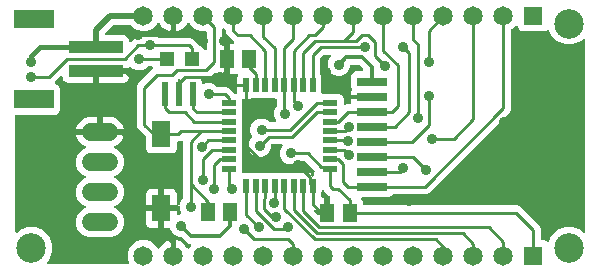
<source format=gbr>
G04 EAGLE Gerber RS-274X export*
G75*
%MOMM*%
%FSLAX34Y34*%
%LPD*%
%INTop Copper*%
%IPPOS*%
%AMOC8*
5,1,8,0,0,1.08239X$1,22.5*%
G01*
%ADD10R,1.270000X0.500000*%
%ADD11R,0.500000X1.270000*%
%ADD12R,1.300000X1.500000*%
%ADD13R,2.540000X0.762000*%
%ADD14R,0.500000X2.000000*%
%ADD15R,4.600000X1.000000*%
%ADD16R,3.400000X1.600000*%
%ADD17C,1.524000*%
%ADD18R,1.600000X2.300000*%
%ADD19R,1.650000X1.650000*%
%ADD20C,1.650000*%
%ADD21R,1.200000X1.200000*%
%ADD22C,0.250000*%
%ADD23C,0.900000*%
%ADD24C,0.304800*%
%ADD25C,0.406400*%
%ADD26C,2.500000*%
%ADD27C,0.508000*%

G36*
X101696Y6278D02*
X101696Y6278D01*
X101751Y6276D01*
X101852Y6298D01*
X101954Y6311D01*
X102005Y6331D01*
X102059Y6343D01*
X102151Y6389D01*
X102247Y6428D01*
X102291Y6460D01*
X102341Y6485D01*
X102418Y6553D01*
X102501Y6614D01*
X102536Y6657D01*
X102578Y6693D01*
X102635Y6779D01*
X102701Y6859D01*
X102724Y6909D01*
X102755Y6954D01*
X102790Y7051D01*
X102833Y7145D01*
X102842Y7200D01*
X102861Y7251D01*
X102870Y7354D01*
X102889Y7456D01*
X102884Y7511D01*
X102889Y7566D01*
X102875Y7629D01*
X102865Y7770D01*
X102809Y7934D01*
X102795Y7998D01*
X101649Y10764D01*
X101649Y16036D01*
X103667Y20906D01*
X107394Y24633D01*
X112264Y26651D01*
X117536Y26651D01*
X122406Y24633D01*
X126133Y20906D01*
X126455Y20130D01*
X126501Y20049D01*
X126539Y19964D01*
X126579Y19912D01*
X126611Y19856D01*
X126676Y19789D01*
X126734Y19716D01*
X126786Y19677D01*
X126832Y19630D01*
X126911Y19582D01*
X126986Y19525D01*
X127046Y19500D01*
X127101Y19466D01*
X127191Y19440D01*
X127277Y19404D01*
X127341Y19394D01*
X127404Y19376D01*
X127497Y19372D01*
X127589Y19359D01*
X127654Y19366D01*
X127719Y19363D01*
X127810Y19383D01*
X127902Y19393D01*
X127963Y19417D01*
X128027Y19431D01*
X128110Y19473D01*
X128197Y19506D01*
X128251Y19543D01*
X128309Y19573D01*
X128379Y19634D01*
X128455Y19688D01*
X128484Y19727D01*
X128546Y19781D01*
X128720Y20038D01*
X128722Y20041D01*
X128899Y20387D01*
X130132Y22084D01*
X131616Y23568D01*
X133313Y24801D01*
X135183Y25754D01*
X137178Y26402D01*
X137801Y26501D01*
X137801Y14650D01*
X137817Y14525D01*
X137826Y14400D01*
X137837Y14369D01*
X137841Y14337D01*
X137887Y14220D01*
X137928Y14101D01*
X137946Y14074D01*
X137958Y14044D01*
X138032Y13943D01*
X138101Y13837D01*
X138125Y13816D01*
X138144Y13790D01*
X138242Y13710D01*
X138335Y13626D01*
X138364Y13611D01*
X138389Y13590D01*
X138503Y13538D01*
X138615Y13479D01*
X138640Y13475D01*
X138675Y13458D01*
X138986Y13403D01*
X139025Y13405D01*
X139050Y13401D01*
X141550Y13401D01*
X141675Y13417D01*
X141800Y13426D01*
X141831Y13437D01*
X141863Y13441D01*
X141980Y13487D01*
X142099Y13528D01*
X142126Y13546D01*
X142156Y13558D01*
X142257Y13632D01*
X142363Y13701D01*
X142384Y13725D01*
X142410Y13744D01*
X142490Y13842D01*
X142574Y13935D01*
X142589Y13964D01*
X142610Y13989D01*
X142662Y14103D01*
X142721Y14215D01*
X142725Y14240D01*
X142742Y14275D01*
X142798Y14586D01*
X142795Y14625D01*
X142799Y14650D01*
X142799Y26501D01*
X143422Y26402D01*
X145417Y25754D01*
X147287Y24801D01*
X148984Y23568D01*
X150468Y22084D01*
X151701Y20387D01*
X151878Y20041D01*
X151930Y19964D01*
X151974Y19882D01*
X152019Y19834D01*
X152055Y19780D01*
X152125Y19719D01*
X152189Y19650D01*
X152244Y19615D01*
X152293Y19572D01*
X152376Y19530D01*
X152454Y19480D01*
X152516Y19459D01*
X152574Y19430D01*
X152665Y19410D01*
X152754Y19381D01*
X152819Y19377D01*
X152883Y19363D01*
X152976Y19367D01*
X153069Y19361D01*
X153133Y19373D01*
X153198Y19376D01*
X153287Y19403D01*
X153379Y19420D01*
X153438Y19448D01*
X153500Y19467D01*
X153579Y19515D01*
X153664Y19555D01*
X153714Y19597D01*
X153770Y19631D01*
X153835Y19698D01*
X153906Y19757D01*
X153932Y19798D01*
X153990Y19857D01*
X154143Y20126D01*
X154145Y20130D01*
X154467Y20906D01*
X154903Y21343D01*
X154990Y21455D01*
X155080Y21565D01*
X155087Y21579D01*
X155096Y21592D01*
X155152Y21722D01*
X155212Y21851D01*
X155215Y21867D01*
X155221Y21882D01*
X155243Y22023D01*
X155268Y22162D01*
X155266Y22178D01*
X155269Y22194D01*
X155255Y22335D01*
X155244Y22476D01*
X155239Y22492D01*
X155237Y22508D01*
X155188Y22640D01*
X155142Y22775D01*
X155133Y22789D01*
X155128Y22804D01*
X155047Y22920D01*
X154969Y23039D01*
X154957Y23050D01*
X154948Y23063D01*
X154840Y23155D01*
X154735Y23250D01*
X154721Y23258D01*
X154708Y23268D01*
X154581Y23331D01*
X154455Y23397D01*
X154443Y23399D01*
X154425Y23408D01*
X154305Y23432D01*
X151804Y24469D01*
X147389Y28883D01*
X147303Y28951D01*
X147221Y29024D01*
X147178Y29047D01*
X147140Y29077D01*
X147039Y29120D01*
X146941Y29171D01*
X146905Y29178D01*
X146850Y29201D01*
X146538Y29249D01*
X146519Y29247D01*
X146506Y29249D01*
X144860Y29249D01*
X141368Y30696D01*
X138696Y33368D01*
X137544Y36148D01*
X137525Y36182D01*
X137512Y36219D01*
X137447Y36319D01*
X137388Y36422D01*
X137360Y36450D01*
X137339Y36483D01*
X137250Y36563D01*
X137167Y36648D01*
X137134Y36668D01*
X137105Y36694D01*
X136999Y36750D01*
X136898Y36811D01*
X136860Y36823D01*
X136826Y36841D01*
X136761Y36852D01*
X136596Y36902D01*
X136454Y36908D01*
X136390Y36919D01*
X132499Y36919D01*
X132499Y51001D01*
X143081Y51001D01*
X143081Y49383D01*
X143088Y49329D01*
X143086Y49273D01*
X143108Y49173D01*
X143121Y49070D01*
X143141Y49019D01*
X143153Y48965D01*
X143199Y48873D01*
X143238Y48777D01*
X143270Y48733D01*
X143295Y48684D01*
X143363Y48606D01*
X143424Y48523D01*
X143467Y48488D01*
X143503Y48447D01*
X143589Y48389D01*
X143669Y48323D01*
X143719Y48300D01*
X143764Y48269D01*
X143862Y48235D01*
X143955Y48192D01*
X144010Y48182D01*
X144062Y48163D01*
X144164Y48154D01*
X144266Y48136D01*
X144321Y48140D01*
X144376Y48135D01*
X144439Y48149D01*
X144580Y48159D01*
X144744Y48215D01*
X144808Y48229D01*
X144860Y48251D01*
X145642Y48251D01*
X145697Y48258D01*
X145752Y48256D01*
X145853Y48278D01*
X145955Y48291D01*
X146007Y48311D01*
X146061Y48323D01*
X146153Y48369D01*
X146248Y48408D01*
X146293Y48440D01*
X146342Y48465D01*
X146420Y48533D01*
X146503Y48594D01*
X146538Y48637D01*
X146579Y48673D01*
X146637Y48759D01*
X146702Y48839D01*
X146725Y48889D01*
X146756Y48934D01*
X146791Y49031D01*
X146834Y49125D01*
X146844Y49180D01*
X146863Y49231D01*
X146872Y49334D01*
X146890Y49436D01*
X146886Y49491D01*
X146891Y49546D01*
X146877Y49609D01*
X146866Y49750D01*
X146811Y49914D01*
X146797Y49978D01*
X145499Y53110D01*
X145499Y54750D01*
X145483Y54875D01*
X145474Y55000D01*
X145463Y55031D01*
X145459Y55063D01*
X145413Y55180D01*
X145372Y55299D01*
X145354Y55326D01*
X145342Y55356D01*
X145268Y55457D01*
X145199Y55563D01*
X145175Y55584D01*
X145156Y55610D01*
X145058Y55690D01*
X144965Y55774D01*
X144936Y55789D01*
X144911Y55810D01*
X144797Y55862D01*
X144686Y55921D01*
X144660Y55925D01*
X144625Y55942D01*
X144314Y55998D01*
X144275Y55995D01*
X144250Y55999D01*
X132499Y55999D01*
X132499Y70081D01*
X138500Y70081D01*
X139482Y69885D01*
X140407Y69502D01*
X141239Y68946D01*
X141946Y68239D01*
X142502Y67407D01*
X142885Y66482D01*
X143081Y65500D01*
X143081Y57331D01*
X143090Y57261D01*
X143089Y57190D01*
X143110Y57105D01*
X143121Y57018D01*
X143147Y56952D01*
X143164Y56883D01*
X143205Y56806D01*
X143238Y56725D01*
X143280Y56668D01*
X143313Y56605D01*
X143373Y56541D01*
X143424Y56471D01*
X143479Y56426D01*
X143528Y56374D01*
X143601Y56327D01*
X143669Y56271D01*
X143733Y56242D01*
X143793Y56203D01*
X143876Y56176D01*
X143955Y56140D01*
X144025Y56127D01*
X144093Y56105D01*
X144180Y56099D01*
X144266Y56084D01*
X144337Y56089D01*
X144408Y56085D01*
X144493Y56101D01*
X144580Y56107D01*
X144648Y56130D01*
X144718Y56144D01*
X144796Y56181D01*
X144879Y56209D01*
X144939Y56248D01*
X145003Y56279D01*
X145070Y56335D01*
X145143Y56383D01*
X145190Y56435D01*
X145245Y56481D01*
X145278Y56532D01*
X145354Y56616D01*
X145454Y56806D01*
X145484Y56853D01*
X146946Y60382D01*
X148383Y61819D01*
X148451Y61906D01*
X148524Y61988D01*
X148547Y62031D01*
X148577Y62069D01*
X148620Y62170D01*
X148671Y62267D01*
X148678Y62304D01*
X148701Y62359D01*
X148749Y62671D01*
X148747Y62690D01*
X148749Y62703D01*
X148749Y109832D01*
X148742Y109887D01*
X148744Y109942D01*
X148722Y110042D01*
X148709Y110145D01*
X148689Y110196D01*
X148677Y110250D01*
X148631Y110342D01*
X148592Y110438D01*
X148560Y110482D01*
X148535Y110532D01*
X148467Y110609D01*
X148406Y110692D01*
X148363Y110727D01*
X148327Y110768D01*
X148241Y110826D01*
X148161Y110892D01*
X148111Y110915D01*
X148066Y110946D01*
X147969Y110980D01*
X147875Y111024D01*
X147820Y111033D01*
X147769Y111052D01*
X147666Y111061D01*
X147564Y111079D01*
X147509Y111075D01*
X147454Y111080D01*
X147391Y111066D01*
X147250Y111056D01*
X147086Y111000D01*
X147022Y110986D01*
X145243Y110249D01*
X144250Y110249D01*
X144125Y110233D01*
X144000Y110224D01*
X143969Y110213D01*
X143937Y110209D01*
X143820Y110163D01*
X143701Y110122D01*
X143674Y110104D01*
X143644Y110092D01*
X143543Y110018D01*
X143437Y109949D01*
X143416Y109925D01*
X143390Y109906D01*
X143310Y109808D01*
X143226Y109715D01*
X143211Y109686D01*
X143190Y109661D01*
X143137Y109547D01*
X143079Y109436D01*
X143075Y109410D01*
X143058Y109375D01*
X143002Y109064D01*
X143005Y109025D01*
X143001Y109000D01*
X143001Y104005D01*
X142239Y102167D01*
X140833Y100761D01*
X138995Y99999D01*
X121005Y99999D01*
X119167Y100761D01*
X117761Y102167D01*
X116999Y104005D01*
X116999Y113643D01*
X116985Y113752D01*
X116980Y113862D01*
X116966Y113908D01*
X116959Y113956D01*
X116919Y114059D01*
X116886Y114163D01*
X116864Y114194D01*
X116842Y114249D01*
X116656Y114504D01*
X116641Y114516D01*
X116633Y114527D01*
X110383Y120777D01*
X109431Y123075D01*
X109431Y156925D01*
X110383Y159223D01*
X112317Y161157D01*
X120775Y169615D01*
X122777Y171617D01*
X122863Y171728D01*
X122953Y171839D01*
X122960Y171853D01*
X122970Y171866D01*
X123026Y171996D01*
X123085Y172125D01*
X123088Y172141D01*
X123094Y172156D01*
X123116Y172297D01*
X123141Y172436D01*
X123140Y172452D01*
X123142Y172468D01*
X123128Y172609D01*
X123117Y172750D01*
X123112Y172766D01*
X123111Y172782D01*
X123061Y172914D01*
X123016Y173049D01*
X123007Y173063D01*
X123001Y173078D01*
X122921Y173193D01*
X122842Y173313D01*
X122830Y173324D01*
X122821Y173337D01*
X122714Y173429D01*
X122608Y173524D01*
X122594Y173532D01*
X122582Y173542D01*
X122455Y173605D01*
X122329Y173671D01*
X122316Y173673D01*
X122299Y173682D01*
X121990Y173746D01*
X121930Y173743D01*
X121893Y173749D01*
X118953Y173749D01*
X118844Y173735D01*
X118734Y173730D01*
X118688Y173716D01*
X118640Y173709D01*
X118538Y173669D01*
X118433Y173636D01*
X118402Y173614D01*
X118347Y173592D01*
X118092Y173406D01*
X118080Y173391D01*
X118069Y173383D01*
X116632Y171946D01*
X113140Y170499D01*
X109360Y170499D01*
X105868Y171946D01*
X104713Y173101D01*
X104601Y173187D01*
X104491Y173277D01*
X104477Y173284D01*
X104464Y173294D01*
X104334Y173349D01*
X104205Y173409D01*
X104189Y173412D01*
X104174Y173418D01*
X104033Y173440D01*
X103894Y173465D01*
X103878Y173464D01*
X103862Y173466D01*
X103721Y173452D01*
X103580Y173441D01*
X103564Y173436D01*
X103548Y173434D01*
X103416Y173385D01*
X103281Y173339D01*
X103267Y173330D01*
X103252Y173325D01*
X103137Y173244D01*
X103017Y173166D01*
X103006Y173154D01*
X102993Y173145D01*
X102901Y173038D01*
X102806Y172932D01*
X102798Y172918D01*
X102788Y172906D01*
X102725Y172778D01*
X102659Y172653D01*
X102657Y172640D01*
X102648Y172623D01*
X102623Y172499D01*
X75750Y172499D01*
X75625Y172483D01*
X75500Y172474D01*
X75469Y172463D01*
X75437Y172459D01*
X75320Y172413D01*
X75201Y172372D01*
X75174Y172354D01*
X75144Y172342D01*
X75043Y172268D01*
X74937Y172199D01*
X74916Y172175D01*
X74890Y172156D01*
X74810Y172058D01*
X74726Y171965D01*
X74711Y171936D01*
X74690Y171911D01*
X74638Y171797D01*
X74579Y171685D01*
X74575Y171660D01*
X74558Y171625D01*
X74503Y171314D01*
X74505Y171275D01*
X74501Y171250D01*
X74501Y169999D01*
X73250Y169999D01*
X73125Y169983D01*
X73000Y169974D01*
X72969Y169963D01*
X72937Y169959D01*
X72820Y169913D01*
X72701Y169872D01*
X72674Y169854D01*
X72644Y169842D01*
X72543Y169768D01*
X72437Y169699D01*
X72416Y169675D01*
X72390Y169656D01*
X72310Y169558D01*
X72226Y169465D01*
X72211Y169436D01*
X72190Y169411D01*
X72138Y169297D01*
X72079Y169185D01*
X72075Y169160D01*
X72058Y169125D01*
X72002Y168814D01*
X72005Y168775D01*
X72001Y168750D01*
X72001Y159919D01*
X51000Y159919D01*
X50018Y160115D01*
X49093Y160498D01*
X48261Y161054D01*
X47554Y161761D01*
X46998Y162593D01*
X46615Y163518D01*
X46419Y164500D01*
X46419Y164563D01*
X46401Y164704D01*
X46387Y164845D01*
X46381Y164860D01*
X46379Y164876D01*
X46327Y165008D01*
X46278Y165141D01*
X46268Y165154D01*
X46262Y165169D01*
X46178Y165284D01*
X46098Y165400D01*
X46085Y165411D01*
X46076Y165424D01*
X45966Y165513D01*
X45858Y165606D01*
X45844Y165613D01*
X45831Y165623D01*
X45702Y165683D01*
X45575Y165745D01*
X45559Y165748D01*
X45545Y165755D01*
X45405Y165780D01*
X45266Y165809D01*
X45250Y165808D01*
X45234Y165811D01*
X45093Y165800D01*
X44951Y165793D01*
X44936Y165789D01*
X44920Y165787D01*
X44785Y165741D01*
X44650Y165699D01*
X44639Y165692D01*
X44621Y165686D01*
X44357Y165512D01*
X44317Y165468D01*
X44287Y165447D01*
X40475Y161635D01*
X39940Y161100D01*
X39906Y161056D01*
X39866Y161019D01*
X39810Y160932D01*
X39747Y160851D01*
X39725Y160800D01*
X39695Y160754D01*
X39663Y160656D01*
X39622Y160561D01*
X39614Y160506D01*
X39597Y160454D01*
X39590Y160351D01*
X39575Y160249D01*
X39580Y160194D01*
X39577Y160139D01*
X39596Y160038D01*
X39606Y159935D01*
X39625Y159883D01*
X39636Y159829D01*
X39680Y159736D01*
X39716Y159639D01*
X39747Y159594D01*
X39771Y159544D01*
X39837Y159465D01*
X39896Y159380D01*
X39938Y159344D01*
X39973Y159302D01*
X40028Y159266D01*
X40135Y159174D01*
X40290Y159098D01*
X40345Y159063D01*
X42333Y158239D01*
X43739Y156833D01*
X44501Y154995D01*
X44501Y137005D01*
X43739Y135167D01*
X42333Y133761D01*
X40495Y132999D01*
X7520Y132999D01*
X7395Y132983D01*
X7270Y132974D01*
X7239Y132963D01*
X7207Y132959D01*
X7090Y132913D01*
X6971Y132872D01*
X6944Y132854D01*
X6914Y132842D01*
X6813Y132768D01*
X6707Y132699D01*
X6686Y132675D01*
X6660Y132656D01*
X6580Y132558D01*
X6496Y132465D01*
X6481Y132436D01*
X6460Y132411D01*
X6407Y132297D01*
X6349Y132186D01*
X6345Y132160D01*
X6328Y132125D01*
X6272Y131814D01*
X6275Y131775D01*
X6271Y131750D01*
X6271Y34036D01*
X6289Y33896D01*
X6303Y33755D01*
X6309Y33739D01*
X6311Y33723D01*
X6363Y33592D01*
X6412Y33459D01*
X6422Y33445D01*
X6428Y33430D01*
X6511Y33316D01*
X6592Y33200D01*
X6605Y33189D01*
X6614Y33176D01*
X6724Y33086D01*
X6832Y32994D01*
X6846Y32987D01*
X6859Y32977D01*
X6988Y32917D01*
X7115Y32855D01*
X7131Y32852D01*
X7145Y32845D01*
X7285Y32820D01*
X7424Y32791D01*
X7440Y32792D01*
X7456Y32789D01*
X7597Y32800D01*
X7739Y32807D01*
X7754Y32811D01*
X7770Y32813D01*
X7905Y32858D01*
X8040Y32901D01*
X8051Y32908D01*
X8069Y32914D01*
X8333Y33088D01*
X8373Y33132D01*
X8403Y33153D01*
X10087Y34836D01*
X16519Y37501D01*
X23481Y37501D01*
X29913Y34836D01*
X34836Y29913D01*
X37501Y23481D01*
X37501Y16519D01*
X34836Y10087D01*
X33153Y8403D01*
X33066Y8291D01*
X32977Y8181D01*
X32970Y8167D01*
X32960Y8154D01*
X32904Y8024D01*
X32845Y7895D01*
X32842Y7879D01*
X32835Y7864D01*
X32814Y7723D01*
X32789Y7584D01*
X32790Y7568D01*
X32788Y7552D01*
X32802Y7411D01*
X32813Y7270D01*
X32818Y7254D01*
X32819Y7238D01*
X32868Y7106D01*
X32914Y6971D01*
X32923Y6957D01*
X32929Y6942D01*
X33009Y6827D01*
X33088Y6707D01*
X33100Y6696D01*
X33109Y6683D01*
X33216Y6591D01*
X33321Y6496D01*
X33336Y6488D01*
X33348Y6478D01*
X33475Y6415D01*
X33601Y6349D01*
X33614Y6347D01*
X33631Y6338D01*
X33940Y6274D01*
X33999Y6277D01*
X34036Y6271D01*
X101641Y6271D01*
X101696Y6278D01*
G37*
G36*
X457403Y25215D02*
X457403Y25215D01*
X457458Y25212D01*
X457559Y25231D01*
X457662Y25241D01*
X457714Y25261D01*
X457768Y25271D01*
X457861Y25315D01*
X457958Y25351D01*
X458003Y25382D01*
X458053Y25406D01*
X458132Y25472D01*
X458217Y25531D01*
X458253Y25573D01*
X458295Y25608D01*
X458331Y25663D01*
X458423Y25770D01*
X458499Y25925D01*
X458535Y25980D01*
X460164Y29913D01*
X465087Y34836D01*
X471519Y37501D01*
X478481Y37501D01*
X484913Y34836D01*
X486597Y33153D01*
X486709Y33066D01*
X486819Y32977D01*
X486833Y32970D01*
X486846Y32960D01*
X486976Y32904D01*
X487105Y32845D01*
X487121Y32842D01*
X487136Y32835D01*
X487277Y32814D01*
X487416Y32789D01*
X487432Y32790D01*
X487448Y32788D01*
X487589Y32802D01*
X487730Y32813D01*
X487746Y32818D01*
X487762Y32819D01*
X487894Y32868D01*
X488029Y32914D01*
X488043Y32923D01*
X488058Y32929D01*
X488173Y33009D01*
X488293Y33088D01*
X488304Y33100D01*
X488317Y33109D01*
X488409Y33216D01*
X488504Y33321D01*
X488512Y33336D01*
X488522Y33348D01*
X488585Y33475D01*
X488651Y33601D01*
X488653Y33614D01*
X488662Y33631D01*
X488726Y33940D01*
X488723Y33999D01*
X488729Y34036D01*
X488729Y195964D01*
X488711Y196104D01*
X488697Y196245D01*
X488691Y196261D01*
X488689Y196277D01*
X488637Y196408D01*
X488588Y196541D01*
X488578Y196555D01*
X488572Y196570D01*
X488489Y196684D01*
X488408Y196800D01*
X488395Y196811D01*
X488386Y196824D01*
X488276Y196914D01*
X488168Y197006D01*
X488154Y197013D01*
X488141Y197023D01*
X488012Y197083D01*
X487885Y197145D01*
X487869Y197148D01*
X487855Y197155D01*
X487715Y197180D01*
X487576Y197209D01*
X487560Y197208D01*
X487544Y197211D01*
X487403Y197200D01*
X487261Y197193D01*
X487246Y197189D01*
X487230Y197187D01*
X487095Y197142D01*
X486960Y197099D01*
X486949Y197092D01*
X486931Y197086D01*
X486667Y196912D01*
X486627Y196868D01*
X486597Y196847D01*
X484913Y195164D01*
X478481Y192499D01*
X471519Y192499D01*
X465087Y195164D01*
X460164Y200087D01*
X458534Y204020D01*
X458507Y204068D01*
X458488Y204119D01*
X458429Y204204D01*
X458378Y204294D01*
X458339Y204333D01*
X458308Y204378D01*
X458230Y204446D01*
X458158Y204519D01*
X458111Y204548D01*
X458069Y204584D01*
X457976Y204630D01*
X457888Y204683D01*
X457835Y204699D01*
X457786Y204723D01*
X457684Y204744D01*
X457586Y204774D01*
X457531Y204776D01*
X457477Y204787D01*
X457374Y204782D01*
X457270Y204786D01*
X457217Y204774D01*
X457161Y204771D01*
X457063Y204741D01*
X456962Y204719D01*
X456913Y204694D01*
X456860Y204677D01*
X456807Y204640D01*
X456681Y204576D01*
X456551Y204462D01*
X456497Y204425D01*
X456183Y204111D01*
X454345Y203349D01*
X435855Y203349D01*
X434017Y204111D01*
X432611Y205517D01*
X431787Y207505D01*
X431760Y207553D01*
X431741Y207605D01*
X431682Y207689D01*
X431631Y207779D01*
X431592Y207819D01*
X431561Y207864D01*
X431482Y207931D01*
X431410Y208005D01*
X431363Y208034D01*
X431321Y208070D01*
X431229Y208115D01*
X431141Y208169D01*
X431088Y208184D01*
X431038Y208209D01*
X430937Y208230D01*
X430839Y208259D01*
X430783Y208261D01*
X430729Y208273D01*
X430626Y208267D01*
X430523Y208271D01*
X430469Y208260D01*
X430414Y208257D01*
X430316Y208226D01*
X430215Y208204D01*
X430166Y208179D01*
X430113Y208163D01*
X430060Y208126D01*
X429933Y208062D01*
X429803Y207948D01*
X429750Y207910D01*
X427206Y205367D01*
X426722Y205166D01*
X426688Y205147D01*
X426651Y205134D01*
X426551Y205068D01*
X426448Y205010D01*
X426420Y204982D01*
X426387Y204961D01*
X426307Y204872D01*
X426222Y204789D01*
X426202Y204756D01*
X426176Y204727D01*
X426120Y204621D01*
X426059Y204520D01*
X426047Y204482D01*
X426029Y204447D01*
X426018Y204383D01*
X425968Y204217D01*
X425962Y204076D01*
X425951Y204012D01*
X425951Y137207D01*
X424999Y134909D01*
X356611Y66521D01*
X354313Y65569D01*
X326409Y65569D01*
X326300Y65555D01*
X326190Y65550D01*
X326144Y65536D01*
X326096Y65529D01*
X325994Y65489D01*
X325889Y65456D01*
X325858Y65434D01*
X325803Y65412D01*
X325548Y65226D01*
X325536Y65211D01*
X325525Y65203D01*
X324093Y63771D01*
X322255Y63009D01*
X300579Y63009D01*
X300439Y62991D01*
X300297Y62977D01*
X300282Y62971D01*
X300266Y62969D01*
X300134Y62917D01*
X300001Y62868D01*
X299988Y62858D01*
X299973Y62852D01*
X299858Y62768D01*
X299742Y62688D01*
X299731Y62675D01*
X299718Y62666D01*
X299629Y62556D01*
X299536Y62448D01*
X299529Y62434D01*
X299519Y62421D01*
X299459Y62292D01*
X299397Y62165D01*
X299394Y62150D01*
X299387Y62135D01*
X299362Y61995D01*
X299333Y61856D01*
X299334Y61840D01*
X299331Y61824D01*
X299342Y61683D01*
X299349Y61541D01*
X299354Y61526D01*
X299355Y61510D01*
X299401Y61375D01*
X299443Y61240D01*
X299450Y61229D01*
X299457Y61211D01*
X299630Y60947D01*
X299674Y60907D01*
X299695Y60877D01*
X300239Y60333D01*
X301001Y58495D01*
X301001Y57500D01*
X301017Y57375D01*
X301026Y57250D01*
X301037Y57219D01*
X301041Y57187D01*
X301087Y57070D01*
X301128Y56951D01*
X301146Y56924D01*
X301158Y56894D01*
X301232Y56793D01*
X301301Y56687D01*
X301325Y56666D01*
X301344Y56640D01*
X301442Y56560D01*
X301535Y56476D01*
X301564Y56461D01*
X301589Y56440D01*
X301703Y56387D01*
X301814Y56329D01*
X301840Y56325D01*
X301875Y56308D01*
X302186Y56252D01*
X302225Y56255D01*
X302250Y56251D01*
X431243Y56251D01*
X433541Y55299D01*
X450399Y38441D01*
X451351Y36143D01*
X451351Y27900D01*
X451367Y27775D01*
X451376Y27650D01*
X451387Y27619D01*
X451391Y27587D01*
X451437Y27470D01*
X451478Y27351D01*
X451496Y27324D01*
X451508Y27294D01*
X451582Y27193D01*
X451651Y27087D01*
X451675Y27066D01*
X451694Y27040D01*
X451792Y26960D01*
X451885Y26876D01*
X451914Y26861D01*
X451939Y26840D01*
X452053Y26787D01*
X452164Y26729D01*
X452190Y26725D01*
X452225Y26708D01*
X452536Y26652D01*
X452575Y26655D01*
X452600Y26651D01*
X454345Y26651D01*
X456183Y25889D01*
X456497Y25575D01*
X456541Y25541D01*
X456578Y25501D01*
X456665Y25445D01*
X456746Y25382D01*
X456797Y25360D01*
X456844Y25330D01*
X456942Y25298D01*
X457036Y25257D01*
X457091Y25249D01*
X457143Y25232D01*
X457246Y25225D01*
X457348Y25210D01*
X457403Y25215D01*
G37*
%LPC*%
G36*
X67970Y29279D02*
X67970Y29279D01*
X63331Y31201D01*
X59781Y34751D01*
X57859Y39390D01*
X57859Y44410D01*
X59781Y49049D01*
X63331Y52599D01*
X65375Y53446D01*
X65497Y53516D01*
X65623Y53583D01*
X65634Y53594D01*
X65648Y53602D01*
X65750Y53702D01*
X65854Y53798D01*
X65863Y53811D01*
X65874Y53823D01*
X65948Y53944D01*
X66025Y54063D01*
X66030Y54079D01*
X66038Y54092D01*
X66079Y54228D01*
X66123Y54363D01*
X66124Y54379D01*
X66129Y54395D01*
X66134Y54536D01*
X66143Y54678D01*
X66140Y54694D01*
X66141Y54710D01*
X66111Y54849D01*
X66084Y54988D01*
X66077Y55002D01*
X66074Y55018D01*
X66009Y55145D01*
X65949Y55273D01*
X65939Y55285D01*
X65931Y55300D01*
X65838Y55406D01*
X65747Y55515D01*
X65736Y55522D01*
X65723Y55537D01*
X65462Y55714D01*
X65406Y55734D01*
X65375Y55754D01*
X63331Y56601D01*
X59781Y60151D01*
X57859Y64790D01*
X57859Y69810D01*
X59781Y74449D01*
X63331Y77999D01*
X65375Y78846D01*
X65431Y78878D01*
X65446Y78884D01*
X65461Y78895D01*
X65497Y78916D01*
X65623Y78983D01*
X65634Y78994D01*
X65648Y79002D01*
X65750Y79102D01*
X65854Y79198D01*
X65863Y79211D01*
X65874Y79223D01*
X65948Y79344D01*
X66025Y79463D01*
X66030Y79479D01*
X66038Y79492D01*
X66079Y79628D01*
X66123Y79763D01*
X66124Y79779D01*
X66129Y79795D01*
X66134Y79936D01*
X66143Y80078D01*
X66140Y80094D01*
X66141Y80110D01*
X66111Y80249D01*
X66084Y80388D01*
X66077Y80402D01*
X66074Y80418D01*
X66009Y80545D01*
X65949Y80673D01*
X65939Y80685D01*
X65931Y80700D01*
X65838Y80806D01*
X65747Y80915D01*
X65736Y80922D01*
X65723Y80937D01*
X65462Y81114D01*
X65406Y81134D01*
X65375Y81154D01*
X63331Y82001D01*
X59781Y85551D01*
X57859Y90190D01*
X57859Y95210D01*
X59781Y99849D01*
X63331Y103399D01*
X65254Y104196D01*
X65335Y104242D01*
X65420Y104280D01*
X65471Y104320D01*
X65528Y104352D01*
X65595Y104417D01*
X65668Y104475D01*
X65707Y104527D01*
X65754Y104573D01*
X65802Y104652D01*
X65858Y104726D01*
X65883Y104787D01*
X65917Y104842D01*
X65944Y104932D01*
X65980Y105017D01*
X65989Y105082D01*
X66008Y105145D01*
X66012Y105238D01*
X66025Y105330D01*
X66018Y105395D01*
X66020Y105460D01*
X66000Y105551D01*
X65990Y105643D01*
X65967Y105704D01*
X65953Y105768D01*
X65911Y105851D01*
X65878Y105938D01*
X65840Y105991D01*
X65811Y106050D01*
X65749Y106120D01*
X65695Y106196D01*
X65657Y106225D01*
X65602Y106287D01*
X65346Y106461D01*
X65343Y106463D01*
X65342Y106464D01*
X65341Y106464D01*
X63823Y107237D01*
X62206Y108412D01*
X60792Y109826D01*
X59617Y111443D01*
X58710Y113225D01*
X58092Y115126D01*
X58017Y115601D01*
X76850Y115601D01*
X76975Y115617D01*
X77100Y115626D01*
X77131Y115637D01*
X77163Y115641D01*
X77280Y115687D01*
X77399Y115728D01*
X77426Y115746D01*
X77456Y115758D01*
X77557Y115832D01*
X77663Y115901D01*
X77684Y115925D01*
X77710Y115944D01*
X77790Y116042D01*
X77874Y116135D01*
X77889Y116164D01*
X77910Y116189D01*
X77962Y116303D01*
X78021Y116415D01*
X78025Y116440D01*
X78042Y116475D01*
X78097Y116786D01*
X78095Y116825D01*
X78099Y116850D01*
X78099Y118101D01*
X78101Y118101D01*
X78101Y116850D01*
X78117Y116725D01*
X78126Y116600D01*
X78137Y116569D01*
X78141Y116537D01*
X78187Y116420D01*
X78228Y116301D01*
X78246Y116274D01*
X78258Y116244D01*
X78332Y116143D01*
X78401Y116037D01*
X78425Y116016D01*
X78444Y115990D01*
X78542Y115910D01*
X78635Y115826D01*
X78664Y115811D01*
X78689Y115790D01*
X78803Y115737D01*
X78915Y115679D01*
X78940Y115675D01*
X78975Y115658D01*
X79286Y115602D01*
X79325Y115605D01*
X79350Y115601D01*
X98183Y115601D01*
X98108Y115126D01*
X97490Y113225D01*
X96583Y111443D01*
X95408Y109826D01*
X93994Y108412D01*
X92377Y107237D01*
X90857Y106463D01*
X90780Y106411D01*
X90698Y106367D01*
X90650Y106322D01*
X90596Y106286D01*
X90535Y106216D01*
X90467Y106152D01*
X90431Y106097D01*
X90388Y106048D01*
X90346Y105965D01*
X90296Y105887D01*
X90276Y105825D01*
X90246Y105767D01*
X90227Y105675D01*
X90198Y105587D01*
X90193Y105522D01*
X90180Y105458D01*
X90183Y105365D01*
X90177Y105272D01*
X90190Y105208D01*
X90192Y105143D01*
X90219Y105054D01*
X90237Y104962D01*
X90265Y104903D01*
X90283Y104841D01*
X90332Y104761D01*
X90372Y104677D01*
X90413Y104627D01*
X90447Y104571D01*
X90514Y104506D01*
X90574Y104435D01*
X90615Y104409D01*
X90674Y104351D01*
X90943Y104198D01*
X90946Y104196D01*
X90948Y104195D01*
X92869Y103399D01*
X96419Y99849D01*
X98341Y95210D01*
X98341Y90190D01*
X96419Y85551D01*
X92869Y82001D01*
X90825Y81154D01*
X90702Y81084D01*
X90577Y81017D01*
X90566Y81006D01*
X90552Y80998D01*
X90450Y80899D01*
X90346Y80802D01*
X90337Y80789D01*
X90326Y80777D01*
X90252Y80656D01*
X90175Y80537D01*
X90170Y80521D01*
X90162Y80508D01*
X90121Y80372D01*
X90077Y80237D01*
X90076Y80221D01*
X90071Y80205D01*
X90066Y80063D01*
X90057Y79922D01*
X90060Y79906D01*
X90059Y79890D01*
X90089Y79751D01*
X90116Y79612D01*
X90123Y79598D01*
X90126Y79582D01*
X90190Y79455D01*
X90251Y79327D01*
X90261Y79315D01*
X90269Y79300D01*
X90362Y79193D01*
X90453Y79085D01*
X90464Y79078D01*
X90477Y79063D01*
X90738Y78886D01*
X90794Y78866D01*
X90825Y78846D01*
X92869Y77999D01*
X96419Y74449D01*
X98341Y69810D01*
X98341Y64790D01*
X96419Y60151D01*
X92869Y56601D01*
X90825Y55754D01*
X90702Y55684D01*
X90577Y55617D01*
X90566Y55606D01*
X90552Y55598D01*
X90450Y55499D01*
X90346Y55402D01*
X90337Y55389D01*
X90326Y55377D01*
X90252Y55256D01*
X90175Y55137D01*
X90170Y55121D01*
X90162Y55108D01*
X90121Y54972D01*
X90077Y54837D01*
X90076Y54821D01*
X90071Y54805D01*
X90066Y54663D01*
X90057Y54522D01*
X90060Y54506D01*
X90059Y54490D01*
X90089Y54351D01*
X90116Y54212D01*
X90123Y54198D01*
X90126Y54182D01*
X90190Y54055D01*
X90251Y53927D01*
X90261Y53915D01*
X90269Y53900D01*
X90362Y53793D01*
X90453Y53685D01*
X90464Y53678D01*
X90477Y53663D01*
X90738Y53486D01*
X90794Y53466D01*
X90825Y53446D01*
X92869Y52599D01*
X96419Y49049D01*
X98341Y44410D01*
X98341Y39390D01*
X96419Y34751D01*
X92869Y31201D01*
X88230Y29279D01*
X67970Y29279D01*
G37*
%LPD*%
G36*
X258007Y80235D02*
X258007Y80235D01*
X258078Y80231D01*
X258164Y80247D01*
X258251Y80254D01*
X258318Y80277D01*
X258388Y80290D01*
X258467Y80327D01*
X258549Y80355D01*
X258609Y80394D01*
X258673Y80425D01*
X258740Y80481D01*
X258813Y80529D01*
X258861Y80582D01*
X258915Y80627D01*
X258966Y80698D01*
X259025Y80762D01*
X259058Y80826D01*
X259099Y80884D01*
X259131Y80965D01*
X259171Y81042D01*
X259180Y81093D01*
X259213Y81178D01*
X259245Y81451D01*
X259249Y81477D01*
X259249Y83638D01*
X259273Y83646D01*
X259286Y83656D01*
X259301Y83662D01*
X259416Y83746D01*
X259532Y83826D01*
X259542Y83839D01*
X259555Y83848D01*
X259645Y83958D01*
X259737Y84066D01*
X259745Y84080D01*
X259755Y84093D01*
X259814Y84222D01*
X259877Y84349D01*
X259880Y84365D01*
X259887Y84379D01*
X259912Y84519D01*
X259941Y84658D01*
X259940Y84674D01*
X259943Y84690D01*
X259932Y84831D01*
X259925Y84973D01*
X259920Y84988D01*
X259919Y85004D01*
X259873Y85139D01*
X259831Y85274D01*
X259823Y85285D01*
X259817Y85303D01*
X259644Y85567D01*
X259600Y85607D01*
X259578Y85637D01*
X251832Y93383D01*
X251746Y93451D01*
X251664Y93524D01*
X251621Y93547D01*
X251583Y93577D01*
X251482Y93620D01*
X251384Y93671D01*
X251348Y93678D01*
X251293Y93701D01*
X250981Y93749D01*
X250962Y93747D01*
X250949Y93749D01*
X247703Y93749D01*
X247594Y93735D01*
X247484Y93730D01*
X247438Y93716D01*
X247390Y93709D01*
X247288Y93669D01*
X247183Y93636D01*
X247152Y93614D01*
X247097Y93592D01*
X246842Y93406D01*
X246830Y93391D01*
X246819Y93383D01*
X245382Y91946D01*
X241890Y90499D01*
X238110Y90499D01*
X234618Y91946D01*
X231946Y94618D01*
X230499Y98110D01*
X230499Y101890D01*
X231946Y105382D01*
X232347Y105783D01*
X232434Y105895D01*
X232523Y106005D01*
X232530Y106020D01*
X232540Y106032D01*
X232596Y106163D01*
X232655Y106292D01*
X232658Y106307D01*
X232665Y106322D01*
X232686Y106463D01*
X232711Y106602D01*
X232710Y106618D01*
X232712Y106634D01*
X232698Y106775D01*
X232688Y106917D01*
X232682Y106932D01*
X232681Y106948D01*
X232632Y107081D01*
X232586Y107215D01*
X232577Y107229D01*
X232571Y107244D01*
X232491Y107360D01*
X232412Y107479D01*
X232400Y107490D01*
X232391Y107503D01*
X232284Y107595D01*
X232179Y107691D01*
X232164Y107698D01*
X232152Y107709D01*
X232025Y107772D01*
X231899Y107837D01*
X231886Y107840D01*
X231869Y107848D01*
X231560Y107912D01*
X231501Y107909D01*
X231464Y107916D01*
X224084Y107916D01*
X223959Y107900D01*
X223833Y107890D01*
X223803Y107880D01*
X223771Y107876D01*
X223654Y107829D01*
X223535Y107789D01*
X223508Y107771D01*
X223478Y107759D01*
X223376Y107684D01*
X223271Y107615D01*
X223249Y107591D01*
X223223Y107572D01*
X223144Y107475D01*
X223059Y107381D01*
X223044Y107353D01*
X223024Y107328D01*
X222971Y107213D01*
X222913Y107102D01*
X222908Y107076D01*
X222892Y107041D01*
X222836Y106731D01*
X222839Y106692D01*
X222834Y106666D01*
X222834Y104777D01*
X221388Y101285D01*
X218715Y98612D01*
X215223Y97166D01*
X211444Y97166D01*
X207952Y98612D01*
X205279Y101285D01*
X203833Y104777D01*
X203833Y108556D01*
X205279Y112048D01*
X206620Y113389D01*
X206644Y113420D01*
X206673Y113446D01*
X206740Y113544D01*
X206813Y113638D01*
X206829Y113674D01*
X206851Y113707D01*
X206891Y113819D01*
X206938Y113928D01*
X206944Y113967D01*
X206957Y114004D01*
X206968Y114122D01*
X206986Y114240D01*
X206982Y114279D01*
X206985Y114318D01*
X206971Y114382D01*
X206954Y114554D01*
X206905Y114687D01*
X206891Y114750D01*
X205499Y118110D01*
X205499Y121890D01*
X206946Y125382D01*
X209618Y128054D01*
X213110Y129501D01*
X216890Y129501D01*
X220382Y128054D01*
X221819Y126617D01*
X221906Y126549D01*
X221988Y126476D01*
X222031Y126453D01*
X222069Y126423D01*
X222170Y126380D01*
X222267Y126329D01*
X222304Y126322D01*
X222359Y126299D01*
X222671Y126251D01*
X222690Y126253D01*
X222703Y126251D01*
X226047Y126251D01*
X226188Y126269D01*
X226329Y126283D01*
X226344Y126289D01*
X226360Y126291D01*
X226492Y126343D01*
X226625Y126392D01*
X226638Y126402D01*
X226653Y126408D01*
X226768Y126491D01*
X226884Y126572D01*
X226895Y126585D01*
X226908Y126594D01*
X226997Y126704D01*
X227090Y126812D01*
X227097Y126826D01*
X227107Y126839D01*
X227167Y126968D01*
X227229Y127095D01*
X227232Y127111D01*
X227239Y127125D01*
X227264Y127265D01*
X227293Y127404D01*
X227292Y127420D01*
X227295Y127436D01*
X227284Y127578D01*
X227277Y127719D01*
X227272Y127734D01*
X227271Y127750D01*
X227225Y127885D01*
X227183Y128020D01*
X227176Y128031D01*
X227169Y128049D01*
X226996Y128313D01*
X226952Y128352D01*
X225499Y131860D01*
X225499Y135640D01*
X226946Y139132D01*
X227383Y139569D01*
X227451Y139656D01*
X227524Y139738D01*
X227547Y139781D01*
X227577Y139819D01*
X227620Y139920D01*
X227671Y140017D01*
X227678Y140054D01*
X227701Y140109D01*
X227749Y140421D01*
X227747Y140440D01*
X227749Y140453D01*
X227749Y145326D01*
X227733Y145451D01*
X227724Y145576D01*
X227713Y145607D01*
X227709Y145639D01*
X227663Y145756D01*
X227622Y145875D01*
X227604Y145902D01*
X227592Y145932D01*
X227518Y146033D01*
X227449Y146139D01*
X227425Y146160D01*
X227406Y146186D01*
X227308Y146266D01*
X227215Y146350D01*
X227186Y146365D01*
X227161Y146386D01*
X227047Y146439D01*
X226936Y146497D01*
X226910Y146501D01*
X226875Y146518D01*
X226564Y146574D01*
X226525Y146571D01*
X226500Y146575D01*
X222505Y146575D01*
X222478Y146587D01*
X222372Y146615D01*
X222269Y146652D01*
X222220Y146657D01*
X222174Y146670D01*
X222064Y146671D01*
X221954Y146681D01*
X221918Y146673D01*
X221858Y146674D01*
X221552Y146598D01*
X221535Y146589D01*
X221522Y146587D01*
X221495Y146575D01*
X214505Y146575D01*
X214478Y146587D01*
X214372Y146615D01*
X214269Y146652D01*
X214220Y146657D01*
X214174Y146670D01*
X214064Y146671D01*
X213954Y146681D01*
X213918Y146673D01*
X213858Y146674D01*
X213552Y146598D01*
X213535Y146589D01*
X213522Y146587D01*
X213495Y146575D01*
X206505Y146575D01*
X206498Y146578D01*
X206358Y146617D01*
X206218Y146658D01*
X206208Y146657D01*
X206193Y146661D01*
X205878Y146665D01*
X205816Y146650D01*
X205776Y146650D01*
X205000Y146495D01*
X203249Y146495D01*
X203249Y148522D01*
X203249Y148529D01*
X203249Y148536D01*
X203244Y148562D01*
X203210Y148835D01*
X203209Y148836D01*
X203176Y148919D01*
X203166Y148970D01*
X203166Y148971D01*
X203125Y149048D01*
X203092Y149129D01*
X203050Y149186D01*
X203016Y149249D01*
X202957Y149313D01*
X202906Y149383D01*
X202850Y149428D01*
X202802Y149480D01*
X202729Y149527D01*
X202661Y149583D01*
X202596Y149612D01*
X202536Y149651D01*
X202454Y149678D01*
X202375Y149714D01*
X202304Y149727D01*
X202237Y149749D01*
X202150Y149755D01*
X202064Y149770D01*
X201993Y149765D01*
X201922Y149769D01*
X201836Y149753D01*
X201749Y149747D01*
X201682Y149724D01*
X201612Y149710D01*
X201533Y149673D01*
X201451Y149645D01*
X201391Y149606D01*
X201327Y149575D01*
X201260Y149519D01*
X201187Y149471D01*
X201139Y149419D01*
X201085Y149373D01*
X201034Y149302D01*
X200975Y149238D01*
X200942Y149174D01*
X200901Y149117D01*
X200869Y149035D01*
X200829Y148958D01*
X200820Y148907D01*
X200787Y148822D01*
X200755Y148549D01*
X200751Y148523D01*
X200751Y146495D01*
X199674Y146495D01*
X199549Y146479D01*
X199424Y146470D01*
X199393Y146459D01*
X199361Y146455D01*
X199244Y146409D01*
X199125Y146368D01*
X199098Y146350D01*
X199068Y146338D01*
X198967Y146264D01*
X198861Y146195D01*
X198840Y146171D01*
X198814Y146152D01*
X198734Y146054D01*
X198650Y145961D01*
X198635Y145932D01*
X198614Y145907D01*
X198561Y145793D01*
X198503Y145682D01*
X198499Y145656D01*
X198482Y145621D01*
X198426Y145310D01*
X198429Y145271D01*
X198425Y145246D01*
X198425Y139505D01*
X198413Y139478D01*
X198385Y139372D01*
X198348Y139269D01*
X198343Y139220D01*
X198330Y139174D01*
X198329Y139064D01*
X198319Y138954D01*
X198327Y138918D01*
X198326Y138858D01*
X198402Y138552D01*
X198411Y138535D01*
X198413Y138522D01*
X198425Y138495D01*
X198425Y131505D01*
X198413Y131478D01*
X198385Y131372D01*
X198348Y131269D01*
X198343Y131220D01*
X198330Y131174D01*
X198329Y131064D01*
X198319Y130954D01*
X198327Y130918D01*
X198326Y130858D01*
X198402Y130552D01*
X198411Y130535D01*
X198413Y130522D01*
X198425Y130495D01*
X198425Y123505D01*
X198413Y123478D01*
X198385Y123372D01*
X198348Y123269D01*
X198343Y123220D01*
X198330Y123174D01*
X198329Y123064D01*
X198319Y122954D01*
X198327Y122918D01*
X198326Y122858D01*
X198402Y122552D01*
X198411Y122535D01*
X198413Y122522D01*
X198425Y122495D01*
X198425Y115505D01*
X198413Y115478D01*
X198385Y115372D01*
X198348Y115269D01*
X198343Y115220D01*
X198330Y115174D01*
X198329Y115064D01*
X198319Y114954D01*
X198327Y114918D01*
X198326Y114858D01*
X198361Y114716D01*
X198362Y114705D01*
X198369Y114686D01*
X198402Y114552D01*
X198411Y114535D01*
X198413Y114522D01*
X198425Y114495D01*
X198425Y107505D01*
X198413Y107478D01*
X198385Y107372D01*
X198348Y107269D01*
X198343Y107220D01*
X198330Y107174D01*
X198329Y107064D01*
X198319Y106954D01*
X198327Y106918D01*
X198326Y106858D01*
X198402Y106552D01*
X198411Y106535D01*
X198413Y106522D01*
X198425Y106495D01*
X198425Y99505D01*
X198413Y99478D01*
X198385Y99372D01*
X198348Y99269D01*
X198343Y99220D01*
X198330Y99174D01*
X198329Y99064D01*
X198319Y98954D01*
X198327Y98918D01*
X198326Y98858D01*
X198402Y98552D01*
X198411Y98535D01*
X198413Y98522D01*
X198425Y98495D01*
X198425Y91505D01*
X198413Y91478D01*
X198385Y91372D01*
X198348Y91269D01*
X198343Y91220D01*
X198330Y91174D01*
X198329Y91064D01*
X198319Y90954D01*
X198327Y90918D01*
X198326Y90858D01*
X198402Y90552D01*
X198411Y90535D01*
X198413Y90522D01*
X198425Y90495D01*
X198425Y84674D01*
X198441Y84549D01*
X198450Y84424D01*
X198461Y84393D01*
X198465Y84361D01*
X198511Y84244D01*
X198552Y84125D01*
X198570Y84098D01*
X198582Y84068D01*
X198656Y83967D01*
X198725Y83861D01*
X198749Y83840D01*
X198768Y83814D01*
X198866Y83734D01*
X198959Y83650D01*
X198988Y83635D01*
X199013Y83614D01*
X199127Y83561D01*
X199238Y83503D01*
X199264Y83499D01*
X199299Y83482D01*
X199610Y83426D01*
X199649Y83429D01*
X199674Y83425D01*
X205495Y83425D01*
X205522Y83413D01*
X205628Y83385D01*
X205731Y83348D01*
X205780Y83343D01*
X205826Y83330D01*
X205936Y83329D01*
X206046Y83319D01*
X206082Y83327D01*
X206142Y83326D01*
X206448Y83402D01*
X206465Y83411D01*
X206478Y83413D01*
X206505Y83425D01*
X213495Y83425D01*
X213522Y83413D01*
X213628Y83385D01*
X213731Y83348D01*
X213780Y83343D01*
X213826Y83330D01*
X213936Y83329D01*
X214046Y83319D01*
X214082Y83327D01*
X214142Y83326D01*
X214448Y83402D01*
X214465Y83411D01*
X214478Y83413D01*
X214505Y83425D01*
X221495Y83425D01*
X221522Y83413D01*
X221628Y83385D01*
X221731Y83348D01*
X221780Y83343D01*
X221826Y83330D01*
X221936Y83329D01*
X222046Y83319D01*
X222082Y83327D01*
X222142Y83326D01*
X222448Y83402D01*
X222465Y83411D01*
X222478Y83413D01*
X222505Y83425D01*
X229495Y83425D01*
X229522Y83413D01*
X229628Y83385D01*
X229731Y83348D01*
X229780Y83343D01*
X229826Y83330D01*
X229936Y83329D01*
X230046Y83319D01*
X230082Y83327D01*
X230142Y83326D01*
X230448Y83402D01*
X230465Y83411D01*
X230478Y83413D01*
X230505Y83425D01*
X237495Y83425D01*
X237522Y83413D01*
X237628Y83385D01*
X237731Y83348D01*
X237780Y83343D01*
X237826Y83330D01*
X237936Y83329D01*
X238046Y83319D01*
X238082Y83327D01*
X238142Y83326D01*
X238448Y83402D01*
X238465Y83411D01*
X238478Y83413D01*
X238505Y83425D01*
X245495Y83425D01*
X245522Y83413D01*
X245628Y83385D01*
X245731Y83348D01*
X245780Y83343D01*
X245826Y83330D01*
X245936Y83329D01*
X246046Y83319D01*
X246082Y83327D01*
X246142Y83326D01*
X246448Y83402D01*
X246465Y83411D01*
X246478Y83413D01*
X246505Y83425D01*
X253495Y83425D01*
X253502Y83422D01*
X253643Y83383D01*
X253782Y83342D01*
X253792Y83343D01*
X253807Y83339D01*
X254122Y83335D01*
X254184Y83350D01*
X254224Y83350D01*
X255000Y83505D01*
X256751Y83505D01*
X256751Y81478D01*
X256751Y81471D01*
X256751Y81464D01*
X256756Y81438D01*
X256790Y81165D01*
X256792Y81162D01*
X256824Y81081D01*
X256834Y81030D01*
X256834Y81029D01*
X256875Y80952D01*
X256908Y80871D01*
X256950Y80814D01*
X256984Y80751D01*
X257043Y80687D01*
X257094Y80617D01*
X257150Y80572D01*
X257198Y80520D01*
X257271Y80473D01*
X257339Y80418D01*
X257404Y80388D01*
X257464Y80349D01*
X257546Y80322D01*
X257625Y80286D01*
X257696Y80273D01*
X257763Y80251D01*
X257850Y80245D01*
X257936Y80230D01*
X258007Y80235D01*
G37*
G36*
X167523Y187571D02*
X167523Y187571D01*
X167610Y187568D01*
X167679Y187583D01*
X167750Y187588D01*
X167833Y187617D01*
X167918Y187635D01*
X167982Y187667D01*
X168049Y187690D01*
X168122Y187738D01*
X168200Y187777D01*
X168253Y187824D01*
X168313Y187863D01*
X168371Y187928D01*
X168437Y187986D01*
X168477Y188044D01*
X168524Y188097D01*
X168565Y188175D01*
X168614Y188247D01*
X168638Y188314D01*
X168671Y188377D01*
X168682Y188436D01*
X168720Y188544D01*
X168739Y188757D01*
X168749Y188812D01*
X168749Y202100D01*
X168733Y202225D01*
X168724Y202350D01*
X168713Y202381D01*
X168709Y202413D01*
X168663Y202530D01*
X168622Y202649D01*
X168604Y202676D01*
X168592Y202706D01*
X168518Y202807D01*
X168449Y202913D01*
X168425Y202934D01*
X168406Y202960D01*
X168308Y203040D01*
X168215Y203124D01*
X168186Y203139D01*
X168161Y203160D01*
X168047Y203213D01*
X167936Y203271D01*
X167910Y203275D01*
X167875Y203292D01*
X167564Y203348D01*
X167525Y203345D01*
X167500Y203349D01*
X163064Y203349D01*
X158194Y205367D01*
X154467Y209094D01*
X154145Y209870D01*
X154099Y209951D01*
X154061Y210036D01*
X154021Y210088D01*
X153989Y210144D01*
X153924Y210211D01*
X153866Y210284D01*
X153814Y210323D01*
X153768Y210370D01*
X153689Y210418D01*
X153614Y210475D01*
X153554Y210500D01*
X153499Y210534D01*
X153409Y210560D01*
X153323Y210596D01*
X153259Y210606D01*
X153196Y210624D01*
X153103Y210628D01*
X153011Y210641D01*
X152946Y210634D01*
X152881Y210637D01*
X152790Y210617D01*
X152698Y210607D01*
X152637Y210583D01*
X152573Y210569D01*
X152490Y210527D01*
X152403Y210494D01*
X152349Y210457D01*
X152291Y210427D01*
X152221Y210366D01*
X152145Y210312D01*
X152116Y210273D01*
X152054Y210219D01*
X151880Y209962D01*
X151878Y209959D01*
X151701Y209613D01*
X150468Y207916D01*
X148984Y206432D01*
X147287Y205199D01*
X145417Y204246D01*
X143422Y203598D01*
X142799Y203499D01*
X142799Y215350D01*
X142783Y215475D01*
X142774Y215600D01*
X142763Y215631D01*
X142759Y215663D01*
X142713Y215780D01*
X142672Y215899D01*
X142654Y215926D01*
X142642Y215956D01*
X142568Y216057D01*
X142499Y216163D01*
X142475Y216184D01*
X142456Y216210D01*
X142358Y216290D01*
X142265Y216374D01*
X142236Y216389D01*
X142211Y216410D01*
X142097Y216462D01*
X141985Y216521D01*
X141960Y216525D01*
X141925Y216542D01*
X141614Y216597D01*
X141575Y216595D01*
X141550Y216599D01*
X139050Y216599D01*
X138925Y216583D01*
X138800Y216574D01*
X138769Y216563D01*
X138737Y216559D01*
X138620Y216513D01*
X138501Y216472D01*
X138474Y216454D01*
X138444Y216442D01*
X138343Y216368D01*
X138237Y216299D01*
X138216Y216275D01*
X138190Y216256D01*
X138110Y216158D01*
X138026Y216065D01*
X138011Y216036D01*
X137990Y216011D01*
X137937Y215897D01*
X137879Y215785D01*
X137875Y215760D01*
X137858Y215725D01*
X137802Y215414D01*
X137805Y215375D01*
X137801Y215350D01*
X137801Y203499D01*
X137178Y203598D01*
X135183Y204246D01*
X133313Y205199D01*
X131616Y206432D01*
X130132Y207916D01*
X128899Y209613D01*
X128722Y209959D01*
X128670Y210036D01*
X128626Y210118D01*
X128581Y210166D01*
X128545Y210220D01*
X128475Y210281D01*
X128411Y210350D01*
X128356Y210385D01*
X128307Y210428D01*
X128224Y210470D01*
X128146Y210520D01*
X128084Y210541D01*
X128026Y210570D01*
X127935Y210590D01*
X127846Y210619D01*
X127781Y210623D01*
X127717Y210637D01*
X127624Y210633D01*
X127531Y210639D01*
X127467Y210627D01*
X127402Y210624D01*
X127313Y210597D01*
X127221Y210580D01*
X127162Y210552D01*
X127100Y210533D01*
X127021Y210485D01*
X126936Y210445D01*
X126886Y210403D01*
X126830Y210369D01*
X126765Y210302D01*
X126694Y210243D01*
X126668Y210202D01*
X126610Y210143D01*
X126457Y209874D01*
X126455Y209870D01*
X126133Y209094D01*
X122406Y205367D01*
X118272Y203654D01*
X118210Y203619D01*
X118144Y203592D01*
X118073Y203541D01*
X117998Y203498D01*
X117947Y203448D01*
X117889Y203406D01*
X117834Y203338D01*
X117772Y203277D01*
X117735Y203217D01*
X117690Y203161D01*
X117655Y203085D01*
X117611Y203124D01*
X117534Y203165D01*
X117462Y203214D01*
X117395Y203238D01*
X117332Y203271D01*
X117272Y203282D01*
X117165Y203320D01*
X116951Y203339D01*
X116896Y203349D01*
X112264Y203349D01*
X107394Y205367D01*
X104067Y208693D01*
X103981Y208761D01*
X103899Y208834D01*
X103856Y208857D01*
X103818Y208887D01*
X103717Y208930D01*
X103619Y208981D01*
X103583Y208988D01*
X103528Y209011D01*
X103216Y209059D01*
X103197Y209057D01*
X103184Y209059D01*
X90241Y209059D01*
X90132Y209045D01*
X90022Y209040D01*
X89976Y209026D01*
X89928Y209019D01*
X89826Y208979D01*
X89721Y208946D01*
X89690Y208925D01*
X89635Y208902D01*
X89381Y208716D01*
X89368Y208701D01*
X89358Y208693D01*
X82798Y202133D01*
X82711Y202021D01*
X82621Y201911D01*
X82614Y201897D01*
X82604Y201884D01*
X82548Y201753D01*
X82489Y201625D01*
X82486Y201609D01*
X82480Y201594D01*
X82458Y201453D01*
X82433Y201314D01*
X82435Y201298D01*
X82432Y201282D01*
X82446Y201141D01*
X82457Y201000D01*
X82462Y200984D01*
X82464Y200968D01*
X82513Y200835D01*
X82559Y200701D01*
X82568Y200687D01*
X82573Y200672D01*
X82654Y200556D01*
X82732Y200437D01*
X82744Y200426D01*
X82753Y200413D01*
X82860Y200321D01*
X82966Y200226D01*
X82980Y200218D01*
X82993Y200208D01*
X83119Y200145D01*
X83245Y200079D01*
X83258Y200077D01*
X83276Y200068D01*
X83585Y200004D01*
X83644Y200007D01*
X83681Y200001D01*
X98495Y200001D01*
X100333Y199239D01*
X101739Y197833D01*
X102501Y195995D01*
X102501Y195586D01*
X102519Y195446D01*
X102533Y195304D01*
X102539Y195289D01*
X102541Y195273D01*
X102593Y195142D01*
X102642Y195008D01*
X102652Y194995D01*
X102658Y194980D01*
X102742Y194866D01*
X102822Y194749D01*
X102835Y194739D01*
X102844Y194726D01*
X102954Y194636D01*
X103062Y194544D01*
X103076Y194537D01*
X103089Y194526D01*
X103218Y194467D01*
X103345Y194404D01*
X103361Y194401D01*
X103375Y194394D01*
X103515Y194369D01*
X103654Y194341D01*
X103670Y194341D01*
X103686Y194339D01*
X103827Y194349D01*
X103969Y194356D01*
X103984Y194361D01*
X104000Y194362D01*
X104135Y194408D01*
X104270Y194450D01*
X104281Y194458D01*
X104299Y194464D01*
X104563Y194637D01*
X104603Y194681D01*
X104633Y194703D01*
X106980Y197049D01*
X109277Y198001D01*
X112297Y198001D01*
X112406Y198015D01*
X112516Y198020D01*
X112562Y198034D01*
X112610Y198041D01*
X112712Y198081D01*
X112817Y198114D01*
X112848Y198136D01*
X112903Y198158D01*
X113158Y198344D01*
X113170Y198359D01*
X113181Y198367D01*
X114618Y199804D01*
X117374Y200946D01*
X117436Y200981D01*
X117502Y201008D01*
X117572Y201059D01*
X117648Y201102D01*
X117699Y201152D01*
X117756Y201194D01*
X117812Y201262D01*
X117874Y201323D01*
X117911Y201383D01*
X117956Y201439D01*
X117991Y201515D01*
X118035Y201476D01*
X118112Y201435D01*
X118184Y201386D01*
X118251Y201362D01*
X118314Y201329D01*
X118373Y201318D01*
X118481Y201280D01*
X118694Y201261D01*
X118750Y201251D01*
X121890Y201251D01*
X125382Y199804D01*
X126819Y198367D01*
X126906Y198299D01*
X126988Y198226D01*
X127031Y198203D01*
X127069Y198173D01*
X127170Y198130D01*
X127267Y198079D01*
X127304Y198072D01*
X127359Y198049D01*
X127671Y198001D01*
X127690Y198003D01*
X127703Y198001D01*
X154493Y198001D01*
X156791Y197049D01*
X161199Y192641D01*
X161559Y191772D01*
X161578Y191738D01*
X161591Y191701D01*
X161657Y191601D01*
X161716Y191498D01*
X161743Y191470D01*
X161764Y191437D01*
X161853Y191357D01*
X161936Y191272D01*
X161969Y191252D01*
X161998Y191226D01*
X162104Y191170D01*
X162206Y191109D01*
X162243Y191097D01*
X162278Y191079D01*
X162342Y191068D01*
X162508Y191018D01*
X162649Y191012D01*
X162713Y191001D01*
X162895Y191001D01*
X164733Y190239D01*
X166139Y188833D01*
X166346Y188334D01*
X166381Y188272D01*
X166408Y188206D01*
X166459Y188136D01*
X166502Y188060D01*
X166552Y188009D01*
X166594Y187952D01*
X166662Y187897D01*
X166723Y187834D01*
X166783Y187798D01*
X166839Y187752D01*
X166918Y187716D01*
X166992Y187671D01*
X167061Y187650D01*
X167125Y187621D01*
X167211Y187605D01*
X167295Y187580D01*
X167366Y187577D01*
X167436Y187565D01*
X167523Y187571D01*
G37*
G36*
X285635Y141253D02*
X285635Y141253D01*
X285776Y141264D01*
X285940Y141320D01*
X286004Y141334D01*
X286577Y141571D01*
X289683Y141571D01*
X289772Y141582D01*
X289863Y141584D01*
X289928Y141602D01*
X289995Y141611D01*
X290080Y141644D01*
X290167Y141668D01*
X290226Y141702D01*
X290289Y141728D01*
X290362Y141781D01*
X290440Y141827D01*
X290488Y141874D01*
X290543Y141914D01*
X290600Y141984D01*
X290665Y142048D01*
X290699Y142106D01*
X290742Y142159D01*
X290780Y142241D01*
X290827Y142319D01*
X290846Y142384D01*
X290874Y142445D01*
X290890Y142534D01*
X290916Y142621D01*
X290915Y142671D01*
X290930Y142756D01*
X290908Y143049D01*
X290908Y143064D01*
X290779Y143710D01*
X290779Y146116D01*
X307905Y146116D01*
X308030Y146132D01*
X308155Y146141D01*
X308186Y146151D01*
X308218Y146156D01*
X308334Y146202D01*
X308454Y146243D01*
X308481Y146261D01*
X308511Y146273D01*
X308612Y146347D01*
X308717Y146416D01*
X308739Y146440D01*
X308765Y146459D01*
X308845Y146557D01*
X308929Y146650D01*
X308944Y146679D01*
X308965Y146704D01*
X309017Y146818D01*
X309076Y146929D01*
X309080Y146955D01*
X309097Y146990D01*
X309152Y147301D01*
X309149Y147340D01*
X309154Y147365D01*
X309154Y148675D01*
X309138Y148800D01*
X309129Y148925D01*
X309118Y148956D01*
X309114Y148988D01*
X309068Y149105D01*
X309027Y149224D01*
X309009Y149251D01*
X308997Y149281D01*
X308923Y149382D01*
X308854Y149488D01*
X308830Y149509D01*
X308811Y149535D01*
X308713Y149615D01*
X308620Y149699D01*
X308591Y149714D01*
X308566Y149735D01*
X308452Y149788D01*
X308340Y149846D01*
X308315Y149850D01*
X308280Y149867D01*
X307969Y149923D01*
X307930Y149920D01*
X307905Y149924D01*
X290779Y149924D01*
X290779Y152330D01*
X290975Y153312D01*
X291258Y153996D01*
X291287Y154103D01*
X291324Y154206D01*
X291328Y154254D01*
X291341Y154301D01*
X291342Y154411D01*
X291352Y154520D01*
X291344Y154557D01*
X291345Y154616D01*
X291270Y154923D01*
X291261Y154940D01*
X291258Y154953D01*
X290859Y155915D01*
X290859Y165525D01*
X291621Y167363D01*
X293027Y168769D01*
X294865Y169531D01*
X299921Y169531D01*
X300062Y169549D01*
X300203Y169563D01*
X300218Y169569D01*
X300234Y169571D01*
X300366Y169623D01*
X300499Y169672D01*
X300512Y169682D01*
X300527Y169688D01*
X300642Y169772D01*
X300758Y169852D01*
X300769Y169865D01*
X300782Y169874D01*
X300871Y169984D01*
X300964Y170092D01*
X300971Y170106D01*
X300981Y170119D01*
X301041Y170248D01*
X301103Y170375D01*
X301106Y170391D01*
X301113Y170405D01*
X301138Y170545D01*
X301167Y170684D01*
X301166Y170700D01*
X301169Y170716D01*
X301158Y170857D01*
X301151Y170999D01*
X301146Y171014D01*
X301145Y171030D01*
X301099Y171165D01*
X301057Y171300D01*
X301050Y171311D01*
X301043Y171329D01*
X300870Y171593D01*
X300826Y171633D01*
X300805Y171663D01*
X297858Y174609D01*
X297772Y174677D01*
X297690Y174750D01*
X297647Y174773D01*
X297609Y174803D01*
X297508Y174846D01*
X297411Y174897D01*
X297374Y174904D01*
X297319Y174927D01*
X297007Y174975D01*
X296988Y174973D01*
X296975Y174975D01*
X291050Y174975D01*
X290925Y174959D01*
X290800Y174950D01*
X290769Y174939D01*
X290737Y174935D01*
X290620Y174889D01*
X290501Y174848D01*
X290474Y174830D01*
X290444Y174818D01*
X290343Y174744D01*
X290237Y174675D01*
X290216Y174651D01*
X290190Y174632D01*
X290110Y174534D01*
X290026Y174441D01*
X290011Y174412D01*
X289990Y174387D01*
X289937Y174273D01*
X289879Y174162D01*
X289875Y174136D01*
X289858Y174101D01*
X289802Y173790D01*
X289805Y173751D01*
X289801Y173726D01*
X289801Y173360D01*
X288354Y169868D01*
X285682Y167196D01*
X282190Y165749D01*
X278410Y165749D01*
X274918Y167196D01*
X272246Y169868D01*
X270799Y173360D01*
X270799Y177140D01*
X272246Y180632D01*
X273231Y181617D01*
X273317Y181729D01*
X273407Y181839D01*
X273414Y181853D01*
X273424Y181866D01*
X273480Y181996D01*
X273539Y182125D01*
X273542Y182141D01*
X273548Y182156D01*
X273570Y182297D01*
X273595Y182436D01*
X273594Y182452D01*
X273596Y182468D01*
X273582Y182609D01*
X273571Y182750D01*
X273566Y182766D01*
X273564Y182782D01*
X273515Y182914D01*
X273469Y183049D01*
X273460Y183063D01*
X273455Y183078D01*
X273374Y183194D01*
X273296Y183313D01*
X273284Y183324D01*
X273275Y183337D01*
X273168Y183429D01*
X273062Y183524D01*
X273048Y183532D01*
X273036Y183542D01*
X272908Y183605D01*
X272783Y183671D01*
X272770Y183673D01*
X272753Y183682D01*
X272444Y183746D01*
X272384Y183743D01*
X272347Y183749D01*
X268107Y183749D01*
X267998Y183735D01*
X267888Y183730D01*
X267842Y183716D01*
X267794Y183709D01*
X267692Y183669D01*
X267587Y183636D01*
X267556Y183614D01*
X267501Y183592D01*
X267246Y183406D01*
X267234Y183391D01*
X267223Y183383D01*
X264617Y180777D01*
X264549Y180690D01*
X264476Y180608D01*
X264453Y180566D01*
X264423Y180527D01*
X264380Y180426D01*
X264329Y180329D01*
X264322Y180292D01*
X264299Y180237D01*
X264251Y179926D01*
X264253Y179906D01*
X264251Y179893D01*
X264251Y168115D01*
X264265Y168006D01*
X264270Y167896D01*
X264284Y167850D01*
X264291Y167802D01*
X264331Y167700D01*
X264364Y167595D01*
X264386Y167564D01*
X264408Y167509D01*
X264594Y167254D01*
X264609Y167242D01*
X264617Y167231D01*
X264739Y167109D01*
X265501Y165271D01*
X265501Y151750D01*
X265517Y151625D01*
X265526Y151500D01*
X265537Y151469D01*
X265541Y151437D01*
X265587Y151320D01*
X265628Y151201D01*
X265646Y151174D01*
X265658Y151144D01*
X265732Y151043D01*
X265801Y150937D01*
X265825Y150916D01*
X265844Y150890D01*
X265942Y150810D01*
X266035Y150726D01*
X266064Y150711D01*
X266089Y150690D01*
X266203Y150637D01*
X266314Y150579D01*
X266340Y150575D01*
X266375Y150558D01*
X266686Y150502D01*
X266725Y150505D01*
X266750Y150501D01*
X280271Y150501D01*
X282109Y149739D01*
X283515Y148333D01*
X284277Y146495D01*
X284277Y142488D01*
X284284Y142433D01*
X284282Y142378D01*
X284304Y142277D01*
X284317Y142175D01*
X284337Y142123D01*
X284349Y142070D01*
X284395Y141978D01*
X284434Y141882D01*
X284466Y141837D01*
X284491Y141788D01*
X284559Y141711D01*
X284620Y141627D01*
X284663Y141592D01*
X284699Y141551D01*
X284785Y141493D01*
X284865Y141428D01*
X284915Y141405D01*
X284960Y141374D01*
X285057Y141339D01*
X285151Y141296D01*
X285206Y141286D01*
X285258Y141268D01*
X285360Y141258D01*
X285462Y141240D01*
X285517Y141244D01*
X285572Y141239D01*
X285635Y141253D01*
G37*
G36*
X193295Y150517D02*
X193295Y150517D01*
X193420Y150526D01*
X193451Y150537D01*
X193483Y150541D01*
X193600Y150587D01*
X193719Y150628D01*
X193746Y150646D01*
X193776Y150658D01*
X193878Y150732D01*
X193983Y150801D01*
X194004Y150825D01*
X194030Y150844D01*
X194110Y150942D01*
X194194Y151035D01*
X194209Y151064D01*
X194230Y151089D01*
X194283Y151203D01*
X194341Y151314D01*
X194345Y151340D01*
X194362Y151375D01*
X194418Y151686D01*
X194415Y151725D01*
X194419Y151750D01*
X194419Y156677D01*
X201250Y156677D01*
X201375Y156692D01*
X201500Y156702D01*
X201531Y156712D01*
X201563Y156716D01*
X201680Y156763D01*
X201799Y156804D01*
X201826Y156821D01*
X201856Y156833D01*
X201957Y156908D01*
X202063Y156977D01*
X202084Y157001D01*
X202110Y157020D01*
X202190Y157117D01*
X202274Y157211D01*
X202289Y157239D01*
X202310Y157264D01*
X202363Y157379D01*
X202421Y157490D01*
X202425Y157516D01*
X202442Y157551D01*
X202498Y157862D01*
X202495Y157900D01*
X202499Y157926D01*
X202483Y158051D01*
X202474Y158177D01*
X202463Y158207D01*
X202459Y158239D01*
X202413Y158356D01*
X202372Y158475D01*
X202354Y158502D01*
X202342Y158532D01*
X202268Y158634D01*
X202199Y158739D01*
X202175Y158760D01*
X202156Y158786D01*
X202058Y158866D01*
X201965Y158951D01*
X201936Y158966D01*
X201911Y158986D01*
X201797Y159039D01*
X201686Y159097D01*
X201660Y159102D01*
X201625Y159118D01*
X201314Y159174D01*
X201275Y159171D01*
X201250Y159175D01*
X194419Y159175D01*
X194419Y164776D01*
X194615Y165758D01*
X194660Y165867D01*
X194665Y165886D01*
X194674Y165904D01*
X194707Y166039D01*
X194743Y166172D01*
X194743Y166191D01*
X194748Y166210D01*
X194745Y166349D01*
X194747Y166487D01*
X194742Y166506D01*
X194742Y166526D01*
X194705Y166659D01*
X194672Y166794D01*
X194662Y166811D01*
X194657Y166830D01*
X194588Y166950D01*
X194522Y167072D01*
X194509Y167086D01*
X194499Y167103D01*
X194402Y167202D01*
X194308Y167303D01*
X194291Y167314D01*
X194278Y167328D01*
X194160Y167398D01*
X194043Y167474D01*
X194024Y167480D01*
X194007Y167490D01*
X193875Y167529D01*
X193743Y167572D01*
X193723Y167573D01*
X193704Y167579D01*
X193652Y167578D01*
X193428Y167592D01*
X193321Y167572D01*
X193262Y167571D01*
X192500Y167419D01*
X187999Y167419D01*
X187999Y178750D01*
X187983Y178875D01*
X187974Y179000D01*
X187963Y179031D01*
X187959Y179063D01*
X187913Y179180D01*
X187872Y179299D01*
X187854Y179326D01*
X187842Y179356D01*
X187768Y179457D01*
X187699Y179563D01*
X187675Y179584D01*
X187656Y179610D01*
X187558Y179690D01*
X187465Y179774D01*
X187436Y179789D01*
X187411Y179810D01*
X187297Y179862D01*
X187185Y179921D01*
X187160Y179925D01*
X187125Y179942D01*
X186814Y179997D01*
X186775Y179995D01*
X186750Y179999D01*
X184250Y179999D01*
X184125Y179983D01*
X184000Y179974D01*
X183969Y179963D01*
X183937Y179959D01*
X183820Y179913D01*
X183701Y179872D01*
X183674Y179854D01*
X183644Y179842D01*
X183543Y179768D01*
X183437Y179699D01*
X183416Y179675D01*
X183390Y179656D01*
X183310Y179558D01*
X183226Y179465D01*
X183211Y179436D01*
X183190Y179411D01*
X183138Y179297D01*
X183079Y179185D01*
X183075Y179160D01*
X183058Y179125D01*
X183002Y178814D01*
X183005Y178775D01*
X183001Y178750D01*
X183001Y167419D01*
X178500Y167419D01*
X177518Y167615D01*
X176593Y167998D01*
X176093Y168332D01*
X176090Y168333D01*
X176088Y168335D01*
X175949Y168403D01*
X175811Y168472D01*
X175808Y168473D01*
X175805Y168475D01*
X175654Y168506D01*
X175502Y168538D01*
X175499Y168538D01*
X175496Y168538D01*
X175341Y168531D01*
X175187Y168524D01*
X175184Y168523D01*
X175181Y168523D01*
X175032Y168476D01*
X174886Y168432D01*
X174883Y168430D01*
X174879Y168429D01*
X174867Y168420D01*
X174617Y168266D01*
X174557Y168205D01*
X174516Y168176D01*
X173425Y167085D01*
X171491Y165151D01*
X169193Y164199D01*
X165043Y164199D01*
X164988Y164192D01*
X164933Y164194D01*
X164832Y164172D01*
X164730Y164159D01*
X164679Y164139D01*
X164625Y164127D01*
X164533Y164081D01*
X164437Y164042D01*
X164392Y164010D01*
X164343Y163985D01*
X164266Y163917D01*
X164183Y163856D01*
X164148Y163813D01*
X164106Y163777D01*
X164048Y163691D01*
X163983Y163611D01*
X163960Y163561D01*
X163929Y163516D01*
X163894Y163419D01*
X163851Y163325D01*
X163842Y163270D01*
X163823Y163219D01*
X163814Y163116D01*
X163795Y163014D01*
X163800Y162959D01*
X163795Y162904D01*
X163808Y162841D01*
X163819Y162700D01*
X163875Y162536D01*
X163889Y162472D01*
X164501Y160995D01*
X164501Y159875D01*
X164508Y159821D01*
X164506Y159765D01*
X164528Y159665D01*
X164541Y159562D01*
X164561Y159511D01*
X164573Y159457D01*
X164619Y159365D01*
X164658Y159269D01*
X164690Y159225D01*
X164715Y159176D01*
X164783Y159098D01*
X164844Y159015D01*
X164887Y158980D01*
X164923Y158939D01*
X165009Y158881D01*
X165089Y158815D01*
X165139Y158792D01*
X165184Y158761D01*
X165281Y158727D01*
X165375Y158684D01*
X165430Y158674D01*
X165481Y158655D01*
X165584Y158646D01*
X165686Y158628D01*
X165741Y158632D01*
X165796Y158627D01*
X165859Y158641D01*
X166000Y158651D01*
X166164Y158707D01*
X166228Y158721D01*
X168110Y159501D01*
X171890Y159501D01*
X175382Y158054D01*
X176819Y156617D01*
X176906Y156549D01*
X176988Y156476D01*
X177031Y156453D01*
X177069Y156423D01*
X177170Y156380D01*
X177267Y156329D01*
X177304Y156322D01*
X177359Y156299D01*
X177671Y156251D01*
X177690Y156253D01*
X177703Y156251D01*
X184993Y156251D01*
X187291Y155299D01*
X191723Y150867D01*
X191810Y150799D01*
X191892Y150726D01*
X191934Y150703D01*
X191973Y150673D01*
X192074Y150630D01*
X192171Y150579D01*
X192208Y150572D01*
X192263Y150549D01*
X192574Y150501D01*
X192594Y150503D01*
X192607Y150501D01*
X193170Y150501D01*
X193295Y150517D01*
G37*
%LPC*%
G36*
X76999Y159919D02*
X76999Y159919D01*
X76999Y167501D01*
X102581Y167501D01*
X102581Y164500D01*
X102385Y163518D01*
X102002Y162593D01*
X101446Y161761D01*
X100739Y161054D01*
X99907Y160498D01*
X98982Y160115D01*
X98000Y159919D01*
X76999Y159919D01*
G37*
%LPD*%
%LPC*%
G36*
X80599Y120599D02*
X80599Y120599D01*
X80599Y130801D01*
X86720Y130801D01*
X88694Y130488D01*
X90595Y129870D01*
X92377Y128963D01*
X93994Y127788D01*
X95408Y126374D01*
X96583Y124757D01*
X97490Y122975D01*
X98108Y121074D01*
X98183Y120599D01*
X80599Y120599D01*
G37*
%LPD*%
%LPC*%
G36*
X58017Y120599D02*
X58017Y120599D01*
X58092Y121074D01*
X58710Y122975D01*
X59617Y124757D01*
X60792Y126374D01*
X62206Y127788D01*
X63823Y128963D01*
X65605Y129870D01*
X67506Y130488D01*
X69480Y130801D01*
X75601Y130801D01*
X75601Y120599D01*
X58017Y120599D01*
G37*
%LPD*%
G36*
X186875Y180017D02*
X186875Y180017D01*
X187000Y180026D01*
X187031Y180037D01*
X187063Y180041D01*
X187180Y180087D01*
X187299Y180128D01*
X187326Y180146D01*
X187356Y180158D01*
X187457Y180232D01*
X187563Y180301D01*
X187584Y180325D01*
X187610Y180344D01*
X187690Y180442D01*
X187774Y180535D01*
X187789Y180564D01*
X187810Y180589D01*
X187862Y180703D01*
X187921Y180815D01*
X187925Y180840D01*
X187942Y180875D01*
X187998Y181186D01*
X187995Y181225D01*
X187999Y181250D01*
X187999Y192581D01*
X190563Y192581D01*
X190704Y192599D01*
X190845Y192613D01*
X190860Y192619D01*
X190876Y192621D01*
X191008Y192673D01*
X191141Y192722D01*
X191154Y192732D01*
X191169Y192738D01*
X191284Y192822D01*
X191400Y192902D01*
X191411Y192915D01*
X191424Y192924D01*
X191514Y193034D01*
X191606Y193142D01*
X191613Y193156D01*
X191623Y193169D01*
X191683Y193298D01*
X191745Y193425D01*
X191748Y193441D01*
X191755Y193455D01*
X191780Y193595D01*
X191809Y193734D01*
X191808Y193750D01*
X191811Y193766D01*
X191800Y193907D01*
X191793Y194049D01*
X191789Y194064D01*
X191787Y194080D01*
X191742Y194214D01*
X191699Y194350D01*
X191692Y194361D01*
X191686Y194379D01*
X191512Y194643D01*
X191468Y194683D01*
X191447Y194713D01*
X187735Y198425D01*
X185801Y200359D01*
X184849Y202657D01*
X184849Y204012D01*
X184844Y204051D01*
X184847Y204090D01*
X184824Y204207D01*
X184809Y204325D01*
X184795Y204361D01*
X184788Y204400D01*
X184737Y204507D01*
X184692Y204618D01*
X184669Y204649D01*
X184653Y204685D01*
X184576Y204776D01*
X184506Y204872D01*
X184475Y204897D01*
X184450Y204927D01*
X184396Y204962D01*
X184261Y205072D01*
X184133Y205131D01*
X184078Y205166D01*
X183594Y205367D01*
X183383Y205577D01*
X183272Y205664D01*
X183161Y205754D01*
X183147Y205761D01*
X183134Y205770D01*
X183004Y205826D01*
X182875Y205886D01*
X182859Y205889D01*
X182844Y205895D01*
X182704Y205916D01*
X182564Y205942D01*
X182548Y205940D01*
X182532Y205943D01*
X182391Y205929D01*
X182250Y205918D01*
X182234Y205913D01*
X182218Y205911D01*
X182086Y205862D01*
X181951Y205816D01*
X181937Y205807D01*
X181922Y205802D01*
X181806Y205721D01*
X181687Y205643D01*
X181676Y205631D01*
X181663Y205622D01*
X181571Y205515D01*
X181476Y205409D01*
X181468Y205395D01*
X181458Y205382D01*
X181395Y205255D01*
X181329Y205129D01*
X181327Y205117D01*
X181318Y205099D01*
X181254Y204790D01*
X181257Y204731D01*
X181251Y204694D01*
X181251Y193830D01*
X181267Y193705D01*
X181276Y193580D01*
X181287Y193549D01*
X181291Y193517D01*
X181337Y193400D01*
X181378Y193281D01*
X181396Y193254D01*
X181408Y193224D01*
X181482Y193123D01*
X181551Y193017D01*
X181575Y192996D01*
X181594Y192970D01*
X181692Y192890D01*
X181785Y192806D01*
X181814Y192791D01*
X181839Y192770D01*
X181953Y192717D01*
X182064Y192659D01*
X182090Y192655D01*
X182125Y192638D01*
X182436Y192582D01*
X182475Y192585D01*
X182500Y192581D01*
X183001Y192581D01*
X183001Y181250D01*
X183017Y181125D01*
X183026Y181000D01*
X183037Y180969D01*
X183041Y180937D01*
X183087Y180820D01*
X183128Y180701D01*
X183146Y180674D01*
X183158Y180644D01*
X183232Y180543D01*
X183301Y180437D01*
X183325Y180416D01*
X183344Y180390D01*
X183442Y180310D01*
X183535Y180226D01*
X183564Y180211D01*
X183589Y180190D01*
X183703Y180138D01*
X183815Y180079D01*
X183840Y180075D01*
X183875Y180058D01*
X184186Y180003D01*
X184225Y180005D01*
X184250Y180001D01*
X186750Y180001D01*
X186875Y180017D01*
G37*
%LPC*%
G36*
X116919Y55999D02*
X116919Y55999D01*
X116919Y65500D01*
X117115Y66482D01*
X117498Y67407D01*
X118054Y68239D01*
X118761Y68946D01*
X119593Y69502D01*
X120518Y69885D01*
X121500Y70081D01*
X127501Y70081D01*
X127501Y55999D01*
X116919Y55999D01*
G37*
%LPD*%
%LPC*%
G36*
X121500Y36919D02*
X121500Y36919D01*
X120518Y37115D01*
X119593Y37498D01*
X118761Y38054D01*
X118054Y38761D01*
X117498Y39593D01*
X117115Y40518D01*
X116919Y41500D01*
X116919Y51001D01*
X127501Y51001D01*
X127501Y36919D01*
X121500Y36919D01*
G37*
%LPD*%
G36*
X269375Y47517D02*
X269375Y47517D01*
X269500Y47526D01*
X269531Y47537D01*
X269563Y47541D01*
X269680Y47587D01*
X269799Y47628D01*
X269826Y47646D01*
X269856Y47658D01*
X269957Y47732D01*
X270063Y47801D01*
X270084Y47825D01*
X270110Y47844D01*
X270190Y47942D01*
X270274Y48035D01*
X270289Y48064D01*
X270310Y48089D01*
X270362Y48203D01*
X270421Y48315D01*
X270425Y48340D01*
X270442Y48375D01*
X270497Y48686D01*
X270495Y48725D01*
X270499Y48750D01*
X270499Y50001D01*
X271750Y50001D01*
X271875Y50017D01*
X272000Y50026D01*
X272031Y50037D01*
X272063Y50041D01*
X272180Y50087D01*
X272299Y50128D01*
X272326Y50146D01*
X272356Y50158D01*
X272457Y50232D01*
X272563Y50301D01*
X272584Y50325D01*
X272610Y50344D01*
X272690Y50442D01*
X272774Y50535D01*
X272789Y50564D01*
X272810Y50589D01*
X272862Y50703D01*
X272921Y50815D01*
X272925Y50840D01*
X272942Y50875D01*
X272998Y51186D01*
X272995Y51225D01*
X272999Y51250D01*
X272999Y63228D01*
X272994Y63267D01*
X272997Y63306D01*
X272974Y63423D01*
X272959Y63541D01*
X272945Y63578D01*
X272937Y63616D01*
X272887Y63723D01*
X272842Y63834D01*
X272819Y63866D01*
X272802Y63901D01*
X272726Y63992D01*
X272656Y64089D01*
X272625Y64113D01*
X272600Y64143D01*
X272545Y64179D01*
X272411Y64288D01*
X272283Y64347D01*
X272228Y64382D01*
X271459Y64701D01*
X269525Y66635D01*
X267713Y68447D01*
X267601Y68533D01*
X267491Y68623D01*
X267477Y68630D01*
X267464Y68640D01*
X267334Y68696D01*
X267205Y68755D01*
X267189Y68758D01*
X267174Y68764D01*
X267033Y68786D01*
X266894Y68811D01*
X266878Y68810D01*
X266862Y68812D01*
X266721Y68798D01*
X266580Y68787D01*
X266564Y68782D01*
X266548Y68781D01*
X266416Y68731D01*
X266281Y68686D01*
X266267Y68677D01*
X266252Y68671D01*
X266137Y68591D01*
X266017Y68512D01*
X266006Y68500D01*
X265993Y68491D01*
X265901Y68384D01*
X265806Y68278D01*
X265798Y68264D01*
X265788Y68252D01*
X265725Y68125D01*
X265659Y67999D01*
X265657Y67986D01*
X265648Y67969D01*
X265584Y67660D01*
X265587Y67600D01*
X265581Y67563D01*
X265581Y65224D01*
X265380Y64215D01*
X265375Y64205D01*
X265357Y64104D01*
X265330Y64004D01*
X265329Y63949D01*
X265319Y63894D01*
X265327Y63792D01*
X265326Y63689D01*
X265339Y63635D01*
X265343Y63580D01*
X265376Y63482D01*
X265401Y63382D01*
X265427Y63334D01*
X265445Y63281D01*
X265501Y63195D01*
X265550Y63104D01*
X265588Y63064D01*
X265618Y63017D01*
X265695Y62948D01*
X265764Y62873D01*
X265811Y62843D01*
X265852Y62806D01*
X265943Y62758D01*
X266030Y62702D01*
X266083Y62685D01*
X266131Y62659D01*
X266195Y62648D01*
X266329Y62604D01*
X266503Y62592D01*
X266567Y62581D01*
X268001Y62581D01*
X268001Y52499D01*
X260607Y52499D01*
X260466Y52481D01*
X260325Y52467D01*
X260310Y52461D01*
X260294Y52459D01*
X260162Y52407D01*
X260029Y52358D01*
X260016Y52348D01*
X260001Y52342D01*
X259886Y52258D01*
X259770Y52178D01*
X259759Y52165D01*
X259746Y52156D01*
X259656Y52046D01*
X259564Y51938D01*
X259557Y51924D01*
X259547Y51911D01*
X259487Y51782D01*
X259425Y51655D01*
X259422Y51639D01*
X259415Y51625D01*
X259390Y51485D01*
X259361Y51346D01*
X259362Y51330D01*
X259359Y51314D01*
X259370Y51173D01*
X259377Y51031D01*
X259382Y51016D01*
X259383Y51000D01*
X259429Y50865D01*
X259471Y50730D01*
X259478Y50719D01*
X259484Y50701D01*
X259658Y50437D01*
X259663Y50432D01*
X259664Y50431D01*
X259703Y50396D01*
X259723Y50367D01*
X262223Y47867D01*
X262310Y47800D01*
X262392Y47726D01*
X262434Y47703D01*
X262473Y47674D01*
X262574Y47630D01*
X262671Y47579D01*
X262708Y47573D01*
X262763Y47549D01*
X263074Y47501D01*
X263094Y47503D01*
X263107Y47501D01*
X269250Y47501D01*
X269375Y47517D01*
G37*
G36*
X145125Y148767D02*
X145125Y148767D01*
X145251Y148776D01*
X145281Y148787D01*
X145313Y148791D01*
X145430Y148838D01*
X145549Y148878D01*
X145576Y148896D01*
X145606Y148908D01*
X145708Y148982D01*
X145813Y149052D01*
X145834Y149075D01*
X145860Y149095D01*
X145940Y149192D01*
X146025Y149285D01*
X146040Y149314D01*
X146060Y149339D01*
X146113Y149453D01*
X146171Y149565D01*
X146176Y149590D01*
X146192Y149626D01*
X146248Y149936D01*
X146245Y149975D01*
X146249Y150000D01*
X146249Y161894D01*
X146248Y161907D01*
X146249Y161921D01*
X146228Y162063D01*
X146210Y162207D01*
X146204Y162219D01*
X146202Y162233D01*
X146146Y162365D01*
X146093Y162500D01*
X146084Y162511D01*
X146079Y162523D01*
X145992Y162637D01*
X145906Y162754D01*
X145895Y162763D01*
X145887Y162774D01*
X145774Y162862D01*
X145661Y162953D01*
X145649Y162959D01*
X145638Y162968D01*
X145506Y163025D01*
X145375Y163085D01*
X145361Y163088D01*
X145349Y163093D01*
X145206Y163116D01*
X145064Y163141D01*
X145051Y163140D01*
X145037Y163142D01*
X144893Y163128D01*
X144750Y163117D01*
X144737Y163113D01*
X144723Y163112D01*
X144588Y163062D01*
X144451Y163016D01*
X144440Y163008D01*
X144427Y163003D01*
X144393Y162977D01*
X144187Y162842D01*
X144120Y162768D01*
X144076Y162734D01*
X144075Y162734D01*
X144029Y162668D01*
X143975Y162608D01*
X143939Y162539D01*
X143894Y162475D01*
X143866Y162400D01*
X143829Y162329D01*
X143819Y162274D01*
X143784Y162180D01*
X143758Y161936D01*
X143751Y161893D01*
X143751Y150000D01*
X143766Y149876D01*
X143776Y149750D01*
X143786Y149719D01*
X143790Y149687D01*
X143837Y149571D01*
X143878Y149451D01*
X143895Y149424D01*
X143907Y149394D01*
X143982Y149293D01*
X144051Y149188D01*
X144075Y149166D01*
X144094Y149140D01*
X144191Y149060D01*
X144285Y148976D01*
X144313Y148961D01*
X144338Y148940D01*
X144453Y148888D01*
X144564Y148829D01*
X144590Y148825D01*
X144625Y148809D01*
X144936Y148753D01*
X144974Y148756D01*
X145000Y148751D01*
X145125Y148767D01*
G37*
%LPC*%
G36*
X129999Y53499D02*
X129999Y53499D01*
X129999Y53501D01*
X130001Y53501D01*
X130001Y53499D01*
X129999Y53499D01*
G37*
%LPD*%
D10*
X187074Y143000D03*
X187074Y135000D03*
X187074Y127000D03*
X187074Y119000D03*
X187074Y111000D03*
X187074Y103000D03*
X187074Y95000D03*
X187074Y87000D03*
D11*
X202000Y72074D03*
X210000Y72074D03*
X218000Y72074D03*
X226000Y72074D03*
X234000Y72074D03*
X242000Y72074D03*
X250000Y72074D03*
X258000Y72074D03*
D10*
X272926Y87000D03*
X272926Y95000D03*
X272926Y103000D03*
X272926Y111000D03*
X272926Y119000D03*
X272926Y127000D03*
X272926Y135000D03*
X272926Y143000D03*
D11*
X258000Y157926D03*
X250000Y157926D03*
X242000Y157926D03*
X234000Y157926D03*
X226000Y157926D03*
X218000Y157926D03*
X210000Y157926D03*
X202000Y157926D03*
D12*
X188500Y50600D03*
X169500Y50600D03*
D13*
X308560Y71820D03*
X308560Y84520D03*
X308560Y97220D03*
X308560Y109920D03*
X308560Y122620D03*
X308560Y135320D03*
X308560Y148020D03*
X308560Y160720D03*
D14*
X145000Y150000D03*
X133000Y150000D03*
X157000Y150000D03*
D15*
X74500Y170000D03*
X74500Y190000D03*
D16*
X22500Y146000D03*
X22500Y214000D03*
D17*
X70480Y41900D02*
X85720Y41900D01*
X85720Y67300D02*
X70480Y67300D01*
X70480Y92700D02*
X85720Y92700D01*
X85720Y118100D02*
X70480Y118100D01*
D18*
X130000Y53500D03*
X130000Y116500D03*
D12*
X185500Y180000D03*
X204500Y180000D03*
X289500Y50000D03*
X270500Y50000D03*
D19*
X445100Y13400D03*
D20*
X419700Y13400D03*
X394300Y13400D03*
X368900Y13400D03*
X343500Y13400D03*
X318100Y13400D03*
X292700Y13400D03*
X267300Y13400D03*
X241900Y13400D03*
X216500Y13400D03*
X191100Y13400D03*
X165700Y13400D03*
X140300Y13400D03*
X114900Y13400D03*
D19*
X445100Y216600D03*
D20*
X419700Y216600D03*
X394300Y216600D03*
X368900Y216600D03*
X343500Y216600D03*
X318100Y216600D03*
X292700Y216600D03*
X267300Y216600D03*
X241900Y216600D03*
X216500Y216600D03*
X191100Y216600D03*
X165700Y216600D03*
X140300Y216600D03*
X114900Y216600D03*
D21*
X134900Y180000D03*
X155900Y180000D03*
D22*
X272926Y87000D02*
X272926Y72074D01*
X275000Y70000D01*
X280000Y70000D01*
X289500Y60500D01*
X289500Y50000D01*
X430000Y50000D01*
X445100Y34900D02*
X445100Y13400D01*
X445100Y34900D02*
X430000Y50000D01*
X187074Y111000D02*
X169333Y111000D01*
X164166Y105834D01*
D23*
X164166Y105834D03*
X170000Y150000D03*
D22*
X183750Y150000D02*
X187074Y146676D01*
X187074Y143000D01*
X183750Y150000D02*
X170000Y150000D01*
D24*
X188500Y50600D02*
X188500Y38500D01*
X180000Y30000D01*
X155500Y30000D01*
X146750Y38750D01*
D23*
X146750Y38750D03*
D24*
X308560Y160720D02*
X308560Y173135D01*
D23*
X280300Y175250D03*
D24*
X286550Y181500D02*
X300195Y181500D01*
X286550Y181500D02*
X280300Y175250D01*
X300195Y181500D02*
X308560Y173135D01*
D23*
X240000Y100000D03*
D22*
X270976Y88950D02*
X272926Y87000D01*
X270976Y88950D02*
X265106Y88950D01*
X254056Y100000D02*
X240000Y100000D01*
X254056Y100000D02*
X265106Y88950D01*
D23*
X165000Y77500D03*
D22*
X165000Y95000D01*
X173000Y103000D02*
X187074Y103000D01*
X173000Y103000D02*
X165000Y95000D01*
X180000Y95000D02*
X187074Y95000D01*
X180000Y95000D02*
X175000Y90000D01*
X175000Y70000D01*
D23*
X175000Y70000D03*
D22*
X187074Y72926D02*
X187074Y87000D01*
X187074Y72926D02*
X190000Y70000D01*
D23*
X190000Y70000D03*
X200000Y36250D03*
D22*
X241900Y23100D02*
X241900Y13400D01*
X241900Y23100D02*
X237500Y27500D01*
X208750Y27500D02*
X200000Y36250D01*
X208750Y27500D02*
X237500Y27500D01*
X202000Y47813D02*
X202000Y72074D01*
X202000Y47813D02*
X212406Y37406D01*
D23*
X212406Y37406D03*
X237500Y37612D03*
D22*
X236368Y36480D01*
X225000Y36480D01*
X210000Y51480D02*
X210000Y72074D01*
X210000Y51480D02*
X225000Y36480D01*
D23*
X227230Y45980D03*
D22*
X224020Y45980D01*
X217112Y61279D02*
X218000Y62167D01*
X218000Y72074D01*
X217112Y61279D02*
X217112Y52888D01*
X224020Y45980D01*
X226000Y58500D02*
X226000Y72074D01*
X226000Y58500D02*
X225362Y57862D01*
D23*
X225362Y57862D03*
D22*
X368900Y21100D02*
X368900Y13400D01*
X362300Y27700D02*
X259691Y27700D01*
X362300Y27700D02*
X368900Y21100D01*
X234000Y53391D02*
X234000Y72074D01*
X234000Y53391D02*
X259691Y27700D01*
X272926Y103000D02*
X284500Y103000D01*
X288750Y98750D01*
D23*
X288750Y98750D03*
X359000Y112500D03*
D22*
X377500Y112500D02*
X394300Y129300D01*
X377500Y112500D02*
X359000Y112500D01*
X394300Y129300D02*
X394300Y216600D01*
X288167Y111000D02*
X272926Y111000D01*
X288167Y111000D02*
X288417Y110750D01*
D23*
X288417Y110750D03*
X356250Y177500D03*
D22*
X356250Y203950D01*
X368900Y216600D01*
X272926Y135000D02*
X261667Y135000D01*
X240834Y114166D01*
X220834Y114166D01*
X213334Y106666D01*
D23*
X213334Y106666D03*
D22*
X261750Y143000D02*
X272926Y143000D01*
X261750Y143000D02*
X238750Y120000D01*
X215000Y120000D01*
D23*
X215000Y120000D03*
D22*
X308560Y122620D02*
X327620Y122620D01*
X340000Y135000D01*
X340000Y185000D01*
X335000Y190000D01*
D23*
X335000Y190000D03*
X302500Y190000D03*
D22*
X265000Y190000D01*
X258000Y183000D02*
X258000Y157926D01*
X258000Y183000D02*
X265000Y190000D01*
X187074Y119000D02*
X164000Y119000D01*
X146500Y119000D01*
X144000Y116500D02*
X130000Y116500D01*
X144000Y116500D02*
X146500Y119000D01*
X155000Y110000D02*
X155000Y73750D01*
X155000Y110000D02*
X164000Y119000D01*
X155000Y73750D02*
X169500Y59250D01*
X155000Y55000D02*
X155000Y73750D01*
D23*
X155000Y55000D03*
D22*
X175000Y207300D02*
X165700Y216600D01*
X142950Y170450D02*
X138750Y166250D01*
X142950Y170450D02*
X167950Y170450D01*
X138750Y166250D02*
X126250Y166250D01*
X123500Y116500D02*
X130000Y116500D01*
X175000Y177500D02*
X175000Y207300D01*
X175000Y177500D02*
X167950Y170450D01*
X126250Y166250D02*
X115682Y155682D01*
X115682Y124318D01*
X123500Y116500D01*
X169500Y59250D02*
X169500Y50600D01*
X218000Y157926D02*
X218000Y187000D01*
X205000Y200000D02*
X195000Y200000D01*
X191100Y203900D01*
X191100Y216600D01*
X205000Y200000D02*
X218000Y187000D01*
X226000Y189000D02*
X226000Y157926D01*
X216500Y198500D02*
X216500Y216600D01*
X216500Y198500D02*
X226000Y189000D01*
X234000Y189000D02*
X234000Y157926D01*
X241900Y196900D02*
X241900Y216600D01*
X241900Y196900D02*
X234000Y189000D01*
X308560Y97220D02*
X342780Y97220D01*
X353750Y86250D01*
D23*
X353750Y86250D03*
D22*
X234000Y134750D02*
X234000Y157926D01*
X234000Y134750D02*
X235000Y133750D01*
D23*
X235000Y133750D03*
D22*
X242000Y157926D02*
X242000Y187000D01*
X255000Y200000D01*
X260000Y200000D01*
X267300Y207300D02*
X267300Y216600D01*
X267300Y207300D02*
X260000Y200000D01*
D23*
X335000Y87500D03*
D22*
X332020Y84520D01*
X308560Y84520D01*
X242000Y144250D02*
X242000Y157926D01*
X242000Y144250D02*
X246041Y140209D01*
D23*
X246041Y140209D03*
D22*
X250000Y157926D02*
X250000Y185000D01*
X260000Y195000D01*
X292700Y202700D02*
X292700Y216600D01*
X285000Y195000D02*
X260000Y195000D01*
X285000Y195000D02*
X292700Y202700D01*
D23*
X356250Y148750D03*
D22*
X356250Y123750D01*
X342420Y109920D01*
X308560Y109920D01*
X295000Y195000D02*
X285000Y195000D01*
X295000Y195000D02*
X300000Y200000D01*
X305000Y200000D01*
D23*
X319166Y174166D03*
D22*
X310750Y182583D01*
X310750Y194250D01*
X305000Y200000D01*
X250000Y72074D02*
X250000Y51250D01*
X263750Y37500D01*
X407500Y37500D01*
X419700Y25300D02*
X419700Y13400D01*
X419700Y25300D02*
X407500Y37500D01*
X385000Y32600D02*
X261720Y32600D01*
X385000Y32600D02*
X394300Y23300D01*
X394300Y13400D01*
X242000Y52320D02*
X242000Y72074D01*
X242000Y52320D02*
X261720Y32600D01*
X204500Y173000D02*
X204500Y180000D01*
X210000Y167500D02*
X210000Y157926D01*
X210000Y167500D02*
X204500Y173000D01*
X265000Y50000D02*
X270500Y50000D01*
X258000Y57000D02*
X258000Y72074D01*
X258000Y57000D02*
X265000Y50000D01*
D25*
X130000Y53500D02*
X130000Y35000D01*
X140300Y24700D02*
X140300Y13400D01*
X140300Y24700D02*
X130000Y35000D01*
X130000Y53500D02*
X130000Y75000D01*
X105000Y100000D01*
X100000Y170000D02*
X74500Y170000D01*
X105000Y110000D02*
X105000Y100000D01*
X105000Y110000D02*
X105000Y165000D01*
X100000Y170000D01*
X96900Y118100D02*
X78100Y118100D01*
X96900Y118100D02*
X105000Y110000D01*
D22*
X145000Y150000D02*
X145000Y160000D01*
X150000Y165000D01*
X185500Y170500D02*
X185500Y180000D01*
X180000Y165000D02*
X150000Y165000D01*
X180000Y165000D02*
X185500Y170500D01*
D23*
X269050Y168750D03*
X180000Y165000D03*
D22*
X187074Y157926D02*
X202000Y157926D01*
X187074Y157926D02*
X180000Y165000D01*
D23*
X110000Y200000D03*
D22*
X135000Y200000D02*
X140300Y205300D01*
X135000Y200000D02*
X110000Y200000D01*
X256050Y74024D02*
X258000Y72074D01*
X256050Y74024D02*
X256050Y79894D01*
X246104Y89840D01*
X245944Y90000D01*
X218333Y90000D02*
X202000Y106333D01*
X202000Y157926D01*
X218333Y90000D02*
X245944Y90000D01*
D23*
X420000Y126250D03*
D24*
X420000Y70000D01*
X410000Y60000D01*
X340000Y60000D01*
D23*
X340000Y60000D03*
X246104Y89840D03*
D22*
X289780Y148020D02*
X308560Y148020D01*
X289780Y148020D02*
X269050Y168750D01*
X160000Y200000D02*
X135000Y200000D01*
X160000Y200000D02*
X165000Y195000D01*
D23*
X165000Y195000D03*
X183250Y195000D03*
D22*
X185500Y192750D01*
X185500Y180000D01*
X140300Y205300D02*
X140300Y216600D01*
X308560Y135320D02*
X325320Y135320D01*
X330000Y140000D01*
X330000Y175000D01*
X318100Y186900D01*
X318100Y216600D01*
X279500Y127000D02*
X272926Y127000D01*
X287820Y135320D02*
X308560Y135320D01*
X287820Y135320D02*
X279500Y127000D01*
X285250Y119000D02*
X272926Y119000D01*
X285250Y119000D02*
X288750Y122500D01*
D23*
X288750Y122500D03*
X347084Y130416D03*
D22*
X347084Y192916D01*
X343500Y196500D02*
X343500Y216600D01*
X343500Y196500D02*
X347084Y192916D01*
X280000Y95000D02*
X272926Y95000D01*
X280000Y95000D02*
X283750Y91250D01*
X283750Y76250D01*
X288180Y71820D02*
X308560Y71820D01*
X288180Y71820D02*
X283750Y76250D01*
X308560Y71820D02*
X353070Y71820D01*
X419700Y138450D02*
X419700Y216600D01*
X419700Y138450D02*
X353070Y71820D01*
X187074Y135000D02*
X160000Y135000D01*
X157000Y138000D01*
X157000Y150000D01*
X158000Y127000D02*
X187074Y127000D01*
X150000Y135000D02*
X136250Y135000D01*
X133000Y138250D01*
X133000Y150000D01*
X150000Y135000D02*
X158000Y127000D01*
D26*
X475000Y20000D03*
X475000Y210000D03*
X20000Y20000D03*
D22*
X111250Y180000D02*
X134900Y180000D01*
D23*
X111250Y180000D03*
X20000Y165000D03*
D22*
X35000Y165000D02*
X50200Y180200D01*
X35000Y165000D02*
X20000Y165000D01*
X50200Y180200D02*
X98970Y180200D01*
D23*
X120000Y191750D03*
D22*
X155900Y189100D02*
X155900Y180000D01*
X153250Y191750D02*
X120000Y191750D01*
X153250Y191750D02*
X155900Y189100D01*
X120000Y191750D02*
X110520Y191750D01*
X98970Y180200D01*
D27*
X86600Y216600D02*
X114900Y216600D01*
X74500Y204500D02*
X74500Y190000D01*
X74500Y204500D02*
X86600Y216600D01*
D25*
X74500Y190000D02*
X27500Y190000D01*
X20000Y182500D01*
X20000Y177500D01*
D23*
X20000Y177500D03*
M02*

</source>
